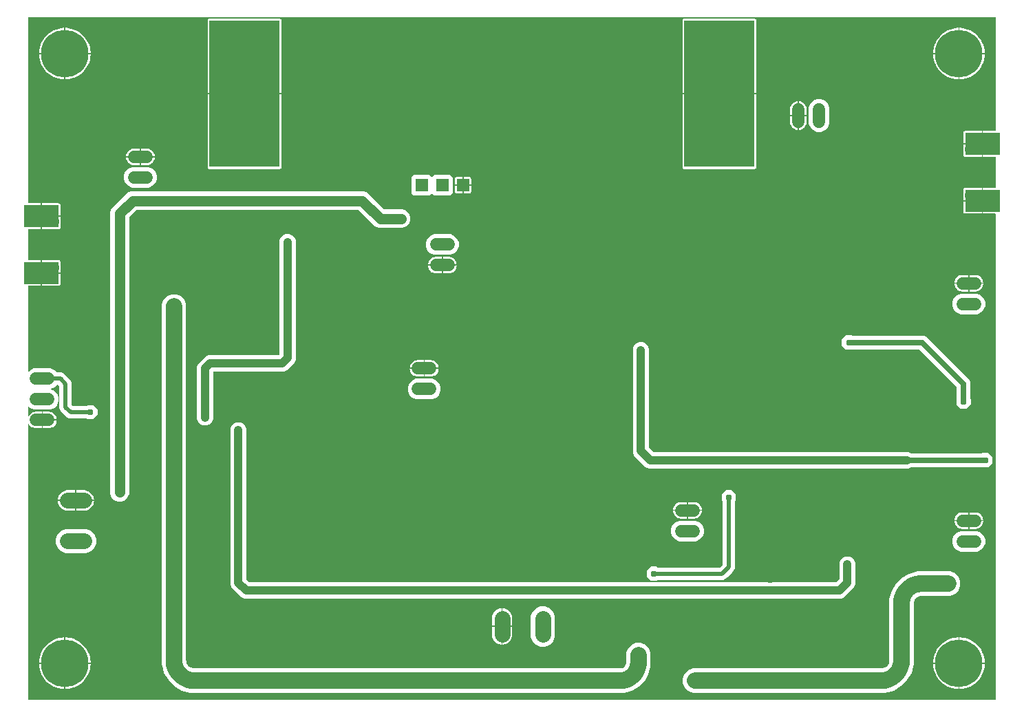
<source format=gbr>
G04 EAGLE Gerber RS-274X export*
G75*
%MOMM*%
%FSLAX34Y34*%
%LPD*%
%INBottom Copper*%
%IPPOS*%
%AMOC8*
5,1,8,0,0,1.08239X$1,22.5*%
G01*
%ADD10C,5.842000*%
%ADD11C,1.524000*%
%ADD12R,8.600000X18.000000*%
%ADD13R,1.524000X1.524000*%
%ADD14R,4.191000X2.667000*%
%ADD15C,1.981200*%
%ADD16P,0.818720X8X22.500000*%
%ADD17C,1.000000*%
%ADD18C,0.700000*%
%ADD19C,2.000000*%
%ADD20C,0.500000*%
%ADD21C,1.300000*%

G36*
X1194669Y5012D02*
X1194669Y5012D01*
X1194720Y5014D01*
X1194752Y5032D01*
X1194788Y5040D01*
X1194827Y5073D01*
X1194872Y5097D01*
X1194893Y5127D01*
X1194921Y5150D01*
X1194942Y5197D01*
X1194972Y5239D01*
X1194980Y5281D01*
X1194992Y5309D01*
X1194991Y5339D01*
X1194999Y5381D01*
X1194999Y602848D01*
X1194988Y602898D01*
X1194986Y602949D01*
X1194968Y602981D01*
X1194960Y603017D01*
X1194927Y603056D01*
X1194903Y603101D01*
X1194873Y603122D01*
X1194850Y603150D01*
X1194803Y603171D01*
X1194761Y603201D01*
X1194719Y603209D01*
X1194691Y603221D01*
X1194661Y603220D01*
X1194619Y603228D01*
X1179607Y603228D01*
X1179607Y618723D01*
X1179596Y618773D01*
X1179594Y618824D01*
X1179576Y618856D01*
X1179568Y618892D01*
X1179535Y618931D01*
X1179511Y618976D01*
X1179481Y618997D01*
X1179457Y619025D01*
X1179411Y619046D01*
X1179369Y619076D01*
X1179327Y619084D01*
X1179299Y619096D01*
X1179269Y619095D01*
X1179227Y619103D01*
X1178845Y619103D01*
X1178845Y619105D01*
X1179227Y619105D01*
X1179277Y619116D01*
X1179328Y619118D01*
X1179360Y619136D01*
X1179396Y619144D01*
X1179435Y619177D01*
X1179480Y619201D01*
X1179501Y619231D01*
X1179529Y619255D01*
X1179550Y619301D01*
X1179580Y619343D01*
X1179588Y619385D01*
X1179600Y619413D01*
X1179599Y619443D01*
X1179607Y619485D01*
X1179607Y634980D01*
X1194619Y634980D01*
X1194669Y634991D01*
X1194720Y634993D01*
X1194752Y635011D01*
X1194788Y635019D01*
X1194827Y635052D01*
X1194872Y635076D01*
X1194893Y635106D01*
X1194921Y635129D01*
X1194942Y635176D01*
X1194972Y635218D01*
X1194980Y635260D01*
X1194992Y635288D01*
X1194991Y635318D01*
X1194999Y635360D01*
X1194999Y672740D01*
X1194988Y672790D01*
X1194986Y672841D01*
X1194968Y672873D01*
X1194960Y672909D01*
X1194927Y672948D01*
X1194903Y672993D01*
X1194873Y673014D01*
X1194850Y673042D01*
X1194803Y673063D01*
X1194761Y673093D01*
X1194719Y673101D01*
X1194691Y673113D01*
X1194661Y673112D01*
X1194619Y673120D01*
X1179607Y673120D01*
X1179607Y688615D01*
X1179596Y688665D01*
X1179594Y688716D01*
X1179576Y688748D01*
X1179568Y688784D01*
X1179535Y688823D01*
X1179511Y688868D01*
X1179481Y688889D01*
X1179457Y688917D01*
X1179411Y688938D01*
X1179369Y688968D01*
X1179327Y688976D01*
X1179299Y688988D01*
X1179269Y688987D01*
X1179227Y688995D01*
X1178845Y688995D01*
X1178845Y688997D01*
X1179227Y688997D01*
X1179277Y689008D01*
X1179328Y689010D01*
X1179360Y689028D01*
X1179396Y689036D01*
X1179435Y689069D01*
X1179480Y689093D01*
X1179501Y689123D01*
X1179529Y689147D01*
X1179550Y689193D01*
X1179580Y689235D01*
X1179588Y689277D01*
X1179600Y689305D01*
X1179599Y689335D01*
X1179607Y689377D01*
X1179607Y704872D01*
X1194619Y704872D01*
X1194669Y704883D01*
X1194720Y704885D01*
X1194752Y704903D01*
X1194788Y704911D01*
X1194827Y704944D01*
X1194872Y704968D01*
X1194893Y704998D01*
X1194921Y705021D01*
X1194942Y705068D01*
X1194972Y705110D01*
X1194980Y705152D01*
X1194992Y705180D01*
X1194991Y705210D01*
X1194999Y705252D01*
X1194999Y844619D01*
X1194988Y844669D01*
X1194986Y844720D01*
X1194968Y844752D01*
X1194960Y844788D01*
X1194927Y844827D01*
X1194903Y844872D01*
X1194873Y844893D01*
X1194850Y844921D01*
X1194803Y844942D01*
X1194761Y844972D01*
X1194719Y844980D01*
X1194691Y844992D01*
X1194661Y844991D01*
X1194619Y844999D01*
X5381Y844999D01*
X5331Y844988D01*
X5280Y844986D01*
X5248Y844968D01*
X5212Y844960D01*
X5173Y844927D01*
X5128Y844903D01*
X5107Y844873D01*
X5079Y844850D01*
X5058Y844803D01*
X5028Y844761D01*
X5020Y844719D01*
X5008Y844691D01*
X5009Y844667D01*
X5008Y844665D01*
X5008Y844657D01*
X5001Y844619D01*
X5001Y616352D01*
X5012Y616302D01*
X5014Y616251D01*
X5032Y616219D01*
X5040Y616183D01*
X5073Y616144D01*
X5097Y616099D01*
X5127Y616078D01*
X5150Y616050D01*
X5197Y616029D01*
X5239Y615999D01*
X5281Y615991D01*
X5309Y615979D01*
X5339Y615980D01*
X5381Y615972D01*
X20393Y615972D01*
X20393Y600477D01*
X20404Y600427D01*
X20406Y600376D01*
X20424Y600344D01*
X20432Y600308D01*
X20465Y600269D01*
X20489Y600224D01*
X20519Y600203D01*
X20542Y600175D01*
X20589Y600154D01*
X20631Y600124D01*
X20673Y600116D01*
X20701Y600104D01*
X20731Y600105D01*
X20773Y600097D01*
X21155Y600097D01*
X21155Y600095D01*
X20773Y600095D01*
X20723Y600084D01*
X20672Y600082D01*
X20640Y600064D01*
X20604Y600056D01*
X20565Y600023D01*
X20520Y599999D01*
X20499Y599969D01*
X20471Y599945D01*
X20450Y599899D01*
X20420Y599857D01*
X20412Y599815D01*
X20400Y599787D01*
X20400Y599784D01*
X20401Y599756D01*
X20393Y599715D01*
X20393Y584220D01*
X5381Y584220D01*
X5331Y584209D01*
X5280Y584207D01*
X5248Y584189D01*
X5212Y584181D01*
X5173Y584148D01*
X5128Y584124D01*
X5107Y584094D01*
X5079Y584071D01*
X5058Y584024D01*
X5028Y583982D01*
X5020Y583940D01*
X5008Y583912D01*
X5009Y583882D01*
X5001Y583840D01*
X5001Y546460D01*
X5012Y546410D01*
X5014Y546359D01*
X5032Y546327D01*
X5040Y546291D01*
X5073Y546252D01*
X5097Y546207D01*
X5127Y546186D01*
X5150Y546158D01*
X5197Y546137D01*
X5239Y546107D01*
X5281Y546099D01*
X5309Y546087D01*
X5339Y546088D01*
X5381Y546080D01*
X20393Y546080D01*
X20393Y530585D01*
X20404Y530535D01*
X20406Y530484D01*
X20424Y530452D01*
X20432Y530416D01*
X20465Y530377D01*
X20489Y530332D01*
X20519Y530311D01*
X20542Y530283D01*
X20589Y530262D01*
X20631Y530232D01*
X20673Y530224D01*
X20701Y530212D01*
X20731Y530213D01*
X20773Y530205D01*
X21155Y530205D01*
X21155Y530203D01*
X20773Y530203D01*
X20723Y530192D01*
X20672Y530190D01*
X20640Y530172D01*
X20604Y530164D01*
X20565Y530131D01*
X20520Y530107D01*
X20499Y530077D01*
X20471Y530053D01*
X20450Y530007D01*
X20420Y529965D01*
X20412Y529923D01*
X20400Y529895D01*
X20401Y529865D01*
X20393Y529823D01*
X20393Y514328D01*
X5381Y514328D01*
X5331Y514317D01*
X5280Y514315D01*
X5248Y514297D01*
X5212Y514289D01*
X5173Y514256D01*
X5128Y514232D01*
X5107Y514202D01*
X5079Y514179D01*
X5058Y514132D01*
X5028Y514090D01*
X5020Y514048D01*
X5008Y514020D01*
X5009Y513990D01*
X5001Y513948D01*
X5001Y409212D01*
X5007Y409187D01*
X5004Y409161D01*
X5026Y409104D01*
X5040Y409043D01*
X5057Y409024D01*
X5066Y408999D01*
X5111Y408957D01*
X5150Y408910D01*
X5174Y408899D01*
X5193Y408882D01*
X5252Y408864D01*
X5309Y408839D01*
X5334Y408840D01*
X5359Y408833D01*
X5420Y408843D01*
X5482Y408845D01*
X5504Y408858D01*
X5530Y408862D01*
X5601Y408910D01*
X5634Y408928D01*
X5640Y408936D01*
X5650Y408943D01*
X7456Y410749D01*
X12095Y412671D01*
X32355Y412671D01*
X36994Y410749D01*
X40081Y407662D01*
X40146Y407622D01*
X40208Y407578D01*
X40220Y407576D01*
X40228Y407571D01*
X40266Y407567D01*
X40350Y407551D01*
X45942Y407551D01*
X48699Y406409D01*
X57159Y397949D01*
X58301Y395192D01*
X58301Y368389D01*
X58318Y368315D01*
X58331Y368241D01*
X58338Y368230D01*
X58340Y368221D01*
X58364Y368192D01*
X58412Y368121D01*
X60146Y366387D01*
X60210Y366347D01*
X60272Y366303D01*
X60284Y366301D01*
X60293Y366296D01*
X60330Y366292D01*
X60414Y366276D01*
X76203Y366276D01*
X76277Y366293D01*
X76351Y366306D01*
X76362Y366313D01*
X76371Y366315D01*
X76400Y366339D01*
X76471Y366387D01*
X77642Y367558D01*
X84918Y367558D01*
X90063Y362413D01*
X90063Y355137D01*
X84918Y349992D01*
X77642Y349992D01*
X76471Y351163D01*
X76407Y351203D01*
X76345Y351247D01*
X76333Y351249D01*
X76324Y351254D01*
X76287Y351258D01*
X76203Y351274D01*
X55658Y351274D01*
X52901Y352416D01*
X44441Y360876D01*
X43299Y363633D01*
X43299Y390436D01*
X43282Y390510D01*
X43269Y390584D01*
X43262Y390595D01*
X43260Y390604D01*
X43236Y390633D01*
X43188Y390704D01*
X41454Y392438D01*
X41390Y392478D01*
X41328Y392522D01*
X41316Y392524D01*
X41307Y392529D01*
X41270Y392533D01*
X41186Y392549D01*
X40350Y392549D01*
X40276Y392532D01*
X40201Y392519D01*
X40191Y392512D01*
X40181Y392510D01*
X40153Y392486D01*
X40081Y392438D01*
X36994Y389351D01*
X33012Y387701D01*
X32991Y387686D01*
X32967Y387679D01*
X32922Y387636D01*
X32871Y387600D01*
X32859Y387578D01*
X32841Y387560D01*
X32819Y387502D01*
X32790Y387447D01*
X32789Y387421D01*
X32780Y387397D01*
X32787Y387336D01*
X32785Y387274D01*
X32796Y387251D01*
X32799Y387225D01*
X32832Y387173D01*
X32857Y387117D01*
X32878Y387100D01*
X32891Y387079D01*
X32963Y387031D01*
X32992Y387008D01*
X33002Y387006D01*
X33012Y386999D01*
X36994Y385349D01*
X40544Y381799D01*
X42466Y377160D01*
X42466Y372140D01*
X40544Y367501D01*
X36994Y363951D01*
X32355Y362029D01*
X12095Y362029D01*
X7456Y363951D01*
X5650Y365757D01*
X5628Y365770D01*
X5612Y365790D01*
X5555Y365816D01*
X5549Y365819D01*
X5533Y365830D01*
X5530Y365831D01*
X5503Y365848D01*
X5477Y365851D01*
X5453Y365861D01*
X5392Y365859D01*
X5330Y365865D01*
X5306Y365856D01*
X5280Y365855D01*
X5226Y365825D01*
X5168Y365803D01*
X5151Y365784D01*
X5128Y365772D01*
X5093Y365721D01*
X5087Y365715D01*
X5079Y365708D01*
X5077Y365704D01*
X5051Y365676D01*
X5043Y365651D01*
X5028Y365630D01*
X5017Y365570D01*
X5008Y365550D01*
X5008Y365533D01*
X5001Y365510D01*
X5003Y365500D01*
X5001Y365488D01*
X5001Y354365D01*
X5020Y354282D01*
X5038Y354200D01*
X5040Y354199D01*
X5040Y354197D01*
X5095Y354131D01*
X5147Y354066D01*
X5149Y354065D01*
X5150Y354063D01*
X5228Y354028D01*
X5304Y353993D01*
X5307Y353993D01*
X5309Y353992D01*
X5393Y353995D01*
X5477Y353997D01*
X5479Y353998D01*
X5482Y353999D01*
X5556Y354039D01*
X5631Y354078D01*
X5632Y354080D01*
X5634Y354081D01*
X5643Y354094D01*
X5720Y354193D01*
X5915Y354575D01*
X6855Y355869D01*
X7986Y357000D01*
X9280Y357940D01*
X10705Y358666D01*
X12226Y359161D01*
X13805Y359411D01*
X21464Y359411D01*
X21464Y349631D01*
X21475Y349581D01*
X21477Y349530D01*
X21495Y349498D01*
X21503Y349462D01*
X21536Y349423D01*
X21560Y349378D01*
X21590Y349357D01*
X21613Y349329D01*
X21660Y349308D01*
X21702Y349279D01*
X21744Y349270D01*
X21772Y349258D01*
X21802Y349259D01*
X21844Y349251D01*
X22226Y349251D01*
X22226Y349249D01*
X21844Y349249D01*
X21794Y349237D01*
X21743Y349236D01*
X21711Y349218D01*
X21675Y349210D01*
X21636Y349177D01*
X21591Y349153D01*
X21570Y349123D01*
X21542Y349099D01*
X21521Y349053D01*
X21491Y349011D01*
X21483Y348969D01*
X21471Y348941D01*
X21472Y348911D01*
X21464Y348869D01*
X21464Y339089D01*
X13805Y339089D01*
X12226Y339339D01*
X10705Y339834D01*
X9280Y340560D01*
X7986Y341500D01*
X6855Y342631D01*
X5915Y343925D01*
X5720Y344307D01*
X5666Y344371D01*
X5612Y344437D01*
X5609Y344438D01*
X5608Y344440D01*
X5531Y344473D01*
X5453Y344508D01*
X5451Y344508D01*
X5449Y344509D01*
X5365Y344505D01*
X5280Y344501D01*
X5278Y344500D01*
X5276Y344500D01*
X5202Y344459D01*
X5128Y344419D01*
X5127Y344417D01*
X5125Y344416D01*
X5076Y344345D01*
X5028Y344277D01*
X5028Y344275D01*
X5027Y344273D01*
X5024Y344256D01*
X5001Y344135D01*
X5001Y5381D01*
X5012Y5331D01*
X5014Y5280D01*
X5032Y5248D01*
X5040Y5212D01*
X5073Y5173D01*
X5097Y5128D01*
X5127Y5107D01*
X5150Y5079D01*
X5197Y5058D01*
X5239Y5028D01*
X5281Y5020D01*
X5309Y5008D01*
X5339Y5009D01*
X5381Y5001D01*
X1194619Y5001D01*
X1194669Y5012D01*
G37*
%LPC*%
G36*
X204231Y13574D02*
X204231Y13574D01*
X193956Y16327D01*
X184743Y21646D01*
X177221Y29168D01*
X171902Y38381D01*
X170631Y43126D01*
X169149Y48656D01*
X169149Y491934D01*
X171433Y497447D01*
X175653Y501667D01*
X181166Y503951D01*
X187134Y503951D01*
X192647Y501667D01*
X196867Y497447D01*
X199151Y491934D01*
X199151Y53975D01*
X199153Y53964D01*
X199152Y53950D01*
X199237Y52642D01*
X199246Y52613D01*
X199249Y52569D01*
X199286Y52431D01*
X199926Y50042D01*
X199944Y50009D01*
X199964Y49951D01*
X201272Y47686D01*
X201298Y47658D01*
X201333Y47607D01*
X203182Y45758D01*
X203214Y45738D01*
X203261Y45697D01*
X205526Y44389D01*
X205562Y44378D01*
X205617Y44351D01*
X208144Y43674D01*
X208175Y43673D01*
X208217Y43662D01*
X209525Y43577D01*
X209536Y43578D01*
X209550Y43576D01*
X733425Y43576D01*
X733436Y43578D01*
X733450Y43577D01*
X734343Y43635D01*
X734373Y43644D01*
X734417Y43647D01*
X736142Y44110D01*
X736176Y44128D01*
X736234Y44148D01*
X737781Y45041D01*
X737809Y45067D01*
X737860Y45101D01*
X739124Y46365D01*
X739144Y46397D01*
X739184Y46444D01*
X740077Y47991D01*
X740088Y48027D01*
X740115Y48083D01*
X740578Y49808D01*
X740579Y49839D01*
X740590Y49882D01*
X740648Y50775D01*
X740647Y50786D01*
X740649Y50800D01*
X740649Y63309D01*
X742933Y68822D01*
X747153Y73042D01*
X752666Y75326D01*
X758634Y75326D01*
X764147Y73042D01*
X768367Y68822D01*
X770651Y63309D01*
X770651Y45899D01*
X768114Y36431D01*
X763213Y27943D01*
X756282Y21012D01*
X747794Y16111D01*
X738326Y13574D01*
X204231Y13574D01*
G37*
%LPD*%
%LPC*%
G36*
X271061Y129699D02*
X271061Y129699D01*
X267385Y131222D01*
X255047Y143560D01*
X253524Y147236D01*
X253524Y338539D01*
X255047Y342215D01*
X257860Y345028D01*
X261536Y346551D01*
X265514Y346551D01*
X269190Y345028D01*
X272003Y342215D01*
X273526Y338539D01*
X273526Y153525D01*
X273543Y153451D01*
X273556Y153376D01*
X273563Y153366D01*
X273565Y153356D01*
X273589Y153327D01*
X273637Y153256D01*
X277081Y149812D01*
X277146Y149772D01*
X277208Y149728D01*
X277220Y149726D01*
X277228Y149721D01*
X277265Y149717D01*
X277350Y149701D01*
X999000Y149701D01*
X999074Y149718D01*
X999149Y149731D01*
X999159Y149738D01*
X999169Y149740D01*
X999198Y149764D01*
X999269Y149812D01*
X1002713Y153256D01*
X1002753Y153321D01*
X1002797Y153383D01*
X1002799Y153395D01*
X1002804Y153403D01*
X1002808Y153440D01*
X1002824Y153525D01*
X1002824Y173439D01*
X1004347Y177115D01*
X1007160Y179928D01*
X1010836Y181451D01*
X1014814Y181451D01*
X1018490Y179928D01*
X1021303Y177115D01*
X1022826Y173439D01*
X1022826Y147236D01*
X1021303Y143560D01*
X1008965Y131222D01*
X1005289Y129699D01*
X271061Y129699D01*
G37*
%LPD*%
%LPC*%
G36*
X115187Y248849D02*
X115187Y248849D01*
X110960Y250600D01*
X107725Y253835D01*
X105974Y258062D01*
X105974Y605538D01*
X107725Y609765D01*
X126835Y628875D01*
X131062Y630626D01*
X418213Y630626D01*
X422440Y628875D01*
X442802Y608512D01*
X442867Y608472D01*
X442929Y608428D01*
X442941Y608426D01*
X442950Y608421D01*
X442987Y608417D01*
X443071Y608401D01*
X465838Y608401D01*
X470065Y606650D01*
X473300Y603415D01*
X475051Y599188D01*
X475051Y594612D01*
X473300Y590385D01*
X470065Y587150D01*
X465838Y585399D01*
X435862Y585399D01*
X431635Y587150D01*
X411273Y607513D01*
X411208Y607553D01*
X411146Y607597D01*
X411134Y607599D01*
X411125Y607604D01*
X411088Y607608D01*
X411004Y607624D01*
X138271Y607624D01*
X138197Y607607D01*
X138123Y607594D01*
X138112Y607587D01*
X138103Y607585D01*
X138074Y607561D01*
X138002Y607513D01*
X129087Y598598D01*
X129047Y598533D01*
X129003Y598471D01*
X129001Y598459D01*
X128996Y598450D01*
X128992Y598413D01*
X128976Y598329D01*
X128976Y258062D01*
X127225Y253835D01*
X123990Y250600D01*
X119763Y248849D01*
X115187Y248849D01*
G37*
%LPD*%
%LPC*%
G36*
X227810Y658029D02*
X227810Y658029D01*
X227164Y658202D01*
X226585Y658537D01*
X226112Y659010D01*
X225777Y659589D01*
X225604Y660235D01*
X225604Y749809D01*
X240352Y749809D01*
X240389Y749818D01*
X240428Y749816D01*
X240472Y749837D01*
X240520Y749848D01*
X240550Y749873D01*
X240585Y749889D01*
X240616Y749927D01*
X240654Y749958D01*
X240670Y749994D01*
X240694Y750024D01*
X240705Y750072D01*
X240725Y750117D01*
X240723Y750155D01*
X240732Y750193D01*
X240720Y750252D01*
X240718Y750290D01*
X240708Y750308D01*
X240703Y750335D01*
X240387Y751096D01*
X240350Y751148D01*
X240320Y751204D01*
X240300Y751218D01*
X240286Y751237D01*
X240230Y751267D01*
X240178Y751304D01*
X240152Y751309D01*
X240133Y751319D01*
X240096Y751320D01*
X240036Y751331D01*
X225604Y751331D01*
X225604Y840905D01*
X225777Y841551D01*
X226112Y842130D01*
X226585Y842603D01*
X227164Y842938D01*
X227810Y843111D01*
X270384Y843111D01*
X270384Y785441D01*
X270398Y785379D01*
X270405Y785316D01*
X270418Y785296D01*
X270423Y785272D01*
X270464Y785223D01*
X270498Y785169D01*
X270520Y785155D01*
X270533Y785138D01*
X270568Y785123D01*
X270619Y785090D01*
X271380Y784774D01*
X271418Y784768D01*
X271453Y784752D01*
X271503Y784754D01*
X271551Y784746D01*
X271588Y784757D01*
X271627Y784759D01*
X271670Y784782D01*
X271717Y784797D01*
X271745Y784823D01*
X271779Y784841D01*
X271807Y784882D01*
X271843Y784915D01*
X271856Y784952D01*
X271879Y784983D01*
X271890Y785043D01*
X271903Y785078D01*
X271901Y785099D01*
X271906Y785125D01*
X271906Y843111D01*
X314480Y843111D01*
X315126Y842938D01*
X315705Y842603D01*
X316178Y842130D01*
X316513Y841551D01*
X316686Y840905D01*
X316686Y751331D01*
X286614Y751331D01*
X286552Y751317D01*
X286489Y751310D01*
X286469Y751297D01*
X286445Y751292D01*
X286396Y751251D01*
X286343Y751217D01*
X286328Y751195D01*
X286312Y751181D01*
X286296Y751147D01*
X286263Y751096D01*
X285947Y750335D01*
X285941Y750297D01*
X285925Y750262D01*
X285927Y750212D01*
X285919Y750164D01*
X285930Y750127D01*
X285932Y750088D01*
X285955Y750045D01*
X285970Y749998D01*
X285996Y749970D01*
X286014Y749936D01*
X286055Y749908D01*
X286089Y749872D01*
X286125Y749859D01*
X286156Y749836D01*
X286216Y749825D01*
X286251Y749812D01*
X286272Y749814D01*
X286298Y749809D01*
X316686Y749809D01*
X316686Y660235D01*
X316513Y659589D01*
X316178Y659010D01*
X315705Y658537D01*
X315126Y658202D01*
X314480Y658029D01*
X271906Y658029D01*
X271906Y736975D01*
X271897Y737012D01*
X271899Y737051D01*
X271878Y737095D01*
X271867Y737143D01*
X271842Y737173D01*
X271826Y737208D01*
X271788Y737239D01*
X271756Y737277D01*
X271721Y737293D01*
X271691Y737317D01*
X271643Y737328D01*
X271598Y737348D01*
X271560Y737347D01*
X271522Y737355D01*
X271463Y737343D01*
X271425Y737341D01*
X271407Y737331D01*
X271380Y737326D01*
X270619Y737010D01*
X270567Y736973D01*
X270511Y736943D01*
X270497Y736924D01*
X270478Y736909D01*
X270448Y736853D01*
X270411Y736801D01*
X270406Y736775D01*
X270396Y736756D01*
X270395Y736719D01*
X270384Y736659D01*
X270384Y658029D01*
X227810Y658029D01*
G37*
%LPD*%
%LPC*%
G36*
X812010Y658029D02*
X812010Y658029D01*
X811364Y658202D01*
X810785Y658537D01*
X810312Y659010D01*
X809977Y659589D01*
X809804Y660235D01*
X809804Y749809D01*
X840352Y749809D01*
X840389Y749818D01*
X840428Y749816D01*
X840472Y749837D01*
X840520Y749848D01*
X840550Y749873D01*
X840585Y749889D01*
X840616Y749927D01*
X840654Y749958D01*
X840670Y749994D01*
X840694Y750024D01*
X840705Y750072D01*
X840725Y750117D01*
X840723Y750155D01*
X840732Y750193D01*
X840720Y750252D01*
X840718Y750290D01*
X840708Y750308D01*
X840703Y750335D01*
X840387Y751096D01*
X840350Y751148D01*
X840320Y751204D01*
X840300Y751218D01*
X840286Y751237D01*
X840230Y751267D01*
X840178Y751304D01*
X840152Y751309D01*
X840133Y751319D01*
X840096Y751320D01*
X840036Y751331D01*
X809804Y751331D01*
X809804Y840905D01*
X809977Y841551D01*
X810312Y842130D01*
X810785Y842603D01*
X811364Y842938D01*
X812010Y843111D01*
X854584Y843111D01*
X854584Y785059D01*
X854593Y785021D01*
X854591Y784983D01*
X854612Y784938D01*
X854623Y784890D01*
X854648Y784861D01*
X854664Y784826D01*
X854702Y784795D01*
X854733Y784757D01*
X854769Y784741D01*
X854798Y784717D01*
X854847Y784706D01*
X854892Y784686D01*
X854930Y784687D01*
X854968Y784679D01*
X855027Y784691D01*
X855065Y784692D01*
X855083Y784702D01*
X855110Y784708D01*
X855871Y785023D01*
X855923Y785060D01*
X855979Y785091D01*
X855993Y785110D01*
X856012Y785124D01*
X856042Y785180D01*
X856079Y785232D01*
X856084Y785259D01*
X856094Y785277D01*
X856095Y785315D01*
X856106Y785375D01*
X856106Y843111D01*
X898680Y843111D01*
X899326Y842938D01*
X899905Y842603D01*
X900378Y842130D01*
X900713Y841551D01*
X900886Y840905D01*
X900886Y751331D01*
X886614Y751331D01*
X886552Y751317D01*
X886489Y751310D01*
X886469Y751297D01*
X886445Y751292D01*
X886396Y751251D01*
X886343Y751217D01*
X886328Y751195D01*
X886312Y751181D01*
X886296Y751147D01*
X886263Y751096D01*
X885947Y750335D01*
X885941Y750297D01*
X885925Y750262D01*
X885927Y750212D01*
X885919Y750164D01*
X885930Y750127D01*
X885932Y750088D01*
X885955Y750045D01*
X885970Y749998D01*
X885996Y749970D01*
X886014Y749936D01*
X886055Y749908D01*
X886089Y749872D01*
X886125Y749859D01*
X886156Y749836D01*
X886216Y749825D01*
X886251Y749812D01*
X886272Y749814D01*
X886298Y749809D01*
X900886Y749809D01*
X900886Y660235D01*
X900713Y659589D01*
X900378Y659010D01*
X899905Y658537D01*
X899326Y658202D01*
X898680Y658029D01*
X856106Y658029D01*
X856106Y736725D01*
X856092Y736787D01*
X856085Y736850D01*
X856072Y736871D01*
X856067Y736894D01*
X856026Y736943D01*
X855992Y736997D01*
X855970Y737012D01*
X855956Y737028D01*
X855922Y737043D01*
X855871Y737077D01*
X855110Y737392D01*
X855072Y737399D01*
X855037Y737414D01*
X854987Y737412D01*
X854939Y737420D01*
X854902Y737409D01*
X854863Y737408D01*
X854820Y737384D01*
X854773Y737370D01*
X854745Y737343D01*
X854711Y737325D01*
X854683Y737285D01*
X854647Y737251D01*
X854634Y737215D01*
X854611Y737183D01*
X854600Y737124D01*
X854587Y737088D01*
X854589Y737068D01*
X854584Y737041D01*
X854584Y658029D01*
X812010Y658029D01*
G37*
%LPD*%
%LPC*%
G36*
X822516Y13574D02*
X822516Y13574D01*
X817003Y15858D01*
X812783Y20078D01*
X810499Y25591D01*
X810499Y31559D01*
X812783Y37072D01*
X817003Y41292D01*
X822516Y43576D01*
X1054100Y43576D01*
X1054111Y43578D01*
X1054125Y43577D01*
X1055433Y43662D01*
X1055462Y43671D01*
X1055506Y43674D01*
X1058033Y44351D01*
X1058066Y44369D01*
X1058124Y44389D01*
X1060389Y45697D01*
X1060417Y45723D01*
X1060468Y45758D01*
X1062317Y47607D01*
X1062337Y47639D01*
X1062378Y47686D01*
X1063686Y49951D01*
X1063697Y49987D01*
X1063724Y50042D01*
X1064401Y52569D01*
X1064402Y52600D01*
X1064413Y52642D01*
X1064498Y53950D01*
X1064497Y53961D01*
X1064499Y53975D01*
X1064499Y128977D01*
X1067166Y138929D01*
X1072318Y147852D01*
X1079603Y155137D01*
X1088526Y160289D01*
X1098478Y162956D01*
X1139634Y162956D01*
X1145147Y160672D01*
X1149367Y156452D01*
X1151651Y150939D01*
X1151651Y144971D01*
X1149367Y139458D01*
X1145147Y135238D01*
X1139634Y132954D01*
X1103630Y132954D01*
X1103619Y132952D01*
X1103605Y132953D01*
X1102463Y132879D01*
X1102433Y132870D01*
X1102390Y132866D01*
X1100184Y132275D01*
X1100150Y132257D01*
X1100092Y132237D01*
X1098114Y131095D01*
X1098086Y131069D01*
X1098035Y131035D01*
X1096420Y129420D01*
X1096400Y129388D01*
X1096360Y129341D01*
X1095218Y127363D01*
X1095207Y127327D01*
X1095180Y127272D01*
X1094589Y125065D01*
X1094588Y125034D01*
X1094576Y124992D01*
X1094502Y123850D01*
X1094503Y123839D01*
X1094501Y123825D01*
X1094501Y48656D01*
X1091748Y38381D01*
X1086429Y29168D01*
X1078907Y21646D01*
X1069694Y16327D01*
X1059419Y13574D01*
X822516Y13574D01*
G37*
%LPD*%
%LPC*%
G36*
X768266Y289719D02*
X768266Y289719D01*
X764590Y291242D01*
X750347Y305485D01*
X748824Y309161D01*
X748824Y436964D01*
X750347Y440640D01*
X753160Y443453D01*
X756836Y444976D01*
X760814Y444976D01*
X764490Y443453D01*
X767303Y440640D01*
X768826Y436964D01*
X768826Y315450D01*
X768843Y315376D01*
X768856Y315301D01*
X768863Y315291D01*
X768865Y315281D01*
X768889Y315252D01*
X768937Y315181D01*
X774286Y309832D01*
X774351Y309792D01*
X774413Y309748D01*
X774425Y309746D01*
X774433Y309741D01*
X774470Y309737D01*
X774555Y309721D01*
X1087839Y309721D01*
X1091391Y308250D01*
X1091393Y308249D01*
X1091394Y308248D01*
X1091536Y308221D01*
X1178293Y308221D01*
X1178367Y308238D01*
X1178441Y308251D01*
X1178452Y308258D01*
X1178461Y308260D01*
X1178490Y308284D01*
X1178561Y308332D01*
X1178732Y308503D01*
X1186008Y308503D01*
X1191153Y303358D01*
X1191153Y296082D01*
X1186008Y290937D01*
X1178732Y290937D01*
X1178561Y291108D01*
X1178497Y291148D01*
X1178435Y291192D01*
X1178423Y291194D01*
X1178414Y291199D01*
X1178377Y291203D01*
X1178293Y291219D01*
X1091536Y291219D01*
X1091534Y291219D01*
X1091533Y291219D01*
X1091391Y291190D01*
X1087839Y289719D01*
X768266Y289719D01*
G37*
%LPD*%
%LPC*%
G36*
X220261Y342424D02*
X220261Y342424D01*
X216585Y343947D01*
X213772Y346760D01*
X212249Y350436D01*
X212249Y414739D01*
X213772Y418415D01*
X222935Y427578D01*
X226611Y429101D01*
X313200Y429101D01*
X313274Y429118D01*
X313349Y429131D01*
X313359Y429138D01*
X313369Y429140D01*
X313398Y429164D01*
X313469Y429212D01*
X313738Y429481D01*
X313749Y429499D01*
X313761Y429509D01*
X313777Y429544D01*
X313778Y429546D01*
X313822Y429608D01*
X313824Y429620D01*
X313829Y429628D01*
X313833Y429665D01*
X313849Y429750D01*
X313849Y570314D01*
X315372Y573990D01*
X318185Y576803D01*
X321861Y578326D01*
X325839Y578326D01*
X329515Y576803D01*
X332328Y573990D01*
X333851Y570314D01*
X333851Y423461D01*
X332328Y419785D01*
X323165Y410622D01*
X319489Y409099D01*
X232900Y409099D01*
X232826Y409082D01*
X232751Y409069D01*
X232741Y409062D01*
X232731Y409060D01*
X232702Y409036D01*
X232631Y408988D01*
X232362Y408719D01*
X232343Y408689D01*
X232329Y408677D01*
X232313Y408641D01*
X232278Y408592D01*
X232276Y408580D01*
X232271Y408572D01*
X232268Y408541D01*
X232258Y408518D01*
X232259Y408491D01*
X232251Y408450D01*
X232251Y350436D01*
X230728Y346760D01*
X227915Y343947D01*
X224239Y342424D01*
X220261Y342424D01*
G37*
%LPD*%
%LPC*%
G36*
X1152062Y362692D02*
X1152062Y362692D01*
X1146917Y367837D01*
X1146917Y375113D01*
X1147088Y375284D01*
X1147128Y375348D01*
X1147172Y375410D01*
X1147174Y375422D01*
X1147179Y375431D01*
X1147183Y375468D01*
X1147199Y375552D01*
X1147199Y390021D01*
X1147182Y390095D01*
X1147169Y390170D01*
X1147162Y390180D01*
X1147160Y390190D01*
X1147136Y390219D01*
X1147088Y390290D01*
X1101490Y435888D01*
X1101426Y435928D01*
X1101364Y435972D01*
X1101352Y435974D01*
X1101343Y435979D01*
X1101306Y435983D01*
X1101221Y435999D01*
X1018807Y435999D01*
X1018733Y435982D01*
X1018659Y435969D01*
X1018648Y435962D01*
X1018639Y435960D01*
X1018610Y435936D01*
X1018538Y435888D01*
X1018368Y435717D01*
X1011092Y435717D01*
X1005947Y440862D01*
X1005947Y448138D01*
X1011092Y453283D01*
X1018368Y453283D01*
X1018538Y453112D01*
X1018603Y453072D01*
X1018665Y453028D01*
X1018677Y453026D01*
X1018686Y453021D01*
X1018723Y453017D01*
X1018807Y453001D01*
X1106591Y453001D01*
X1109715Y451707D01*
X1162907Y398515D01*
X1164201Y395391D01*
X1164201Y375552D01*
X1164218Y375478D01*
X1164231Y375404D01*
X1164238Y375393D01*
X1164240Y375384D01*
X1164264Y375355D01*
X1164312Y375284D01*
X1164483Y375113D01*
X1164483Y367837D01*
X1159338Y362692D01*
X1152062Y362692D01*
G37*
%LPD*%
%LPC*%
G36*
X771062Y151237D02*
X771062Y151237D01*
X765917Y156382D01*
X765917Y163658D01*
X771062Y168803D01*
X778338Y168803D01*
X779509Y167632D01*
X779573Y167592D01*
X779635Y167548D01*
X779647Y167546D01*
X779656Y167541D01*
X779693Y167537D01*
X779777Y167521D01*
X855256Y167521D01*
X855330Y167538D01*
X855404Y167551D01*
X855415Y167558D01*
X855424Y167560D01*
X855453Y167584D01*
X855524Y167632D01*
X859163Y171271D01*
X859190Y171315D01*
X859196Y171320D01*
X859204Y171336D01*
X859247Y171397D01*
X859249Y171409D01*
X859254Y171418D01*
X859258Y171455D01*
X859258Y171458D01*
X859267Y171478D01*
X859266Y171499D01*
X859274Y171539D01*
X859274Y248923D01*
X859257Y248997D01*
X859244Y249071D01*
X859237Y249082D01*
X859235Y249091D01*
X859211Y249120D01*
X859163Y249191D01*
X857992Y250362D01*
X857992Y257638D01*
X863137Y262783D01*
X870413Y262783D01*
X875558Y257638D01*
X875558Y250362D01*
X874387Y249191D01*
X874347Y249127D01*
X874303Y249065D01*
X874301Y249053D01*
X874296Y249044D01*
X874292Y249007D01*
X874276Y248923D01*
X874276Y166783D01*
X873134Y164026D01*
X870970Y161863D01*
X864932Y155825D01*
X862769Y153661D01*
X860012Y152519D01*
X779777Y152519D01*
X779703Y152502D01*
X779629Y152489D01*
X779618Y152482D01*
X779609Y152480D01*
X779580Y152456D01*
X779509Y152408D01*
X778338Y151237D01*
X771062Y151237D01*
G37*
%LPD*%
%LPC*%
G36*
X50629Y185372D02*
X50629Y185372D01*
X45150Y187642D01*
X40957Y191835D01*
X38687Y197314D01*
X38687Y203244D01*
X40957Y208723D01*
X45150Y212916D01*
X50629Y215186D01*
X76371Y215186D01*
X81850Y212916D01*
X86043Y208723D01*
X88313Y203244D01*
X88313Y197314D01*
X86043Y191835D01*
X81850Y187642D01*
X76371Y185372D01*
X50629Y185372D01*
G37*
%LPD*%
%LPC*%
G36*
X634956Y70437D02*
X634956Y70437D01*
X629477Y72707D01*
X625284Y76900D01*
X623014Y82379D01*
X623014Y108121D01*
X625284Y113600D01*
X629477Y117793D01*
X634956Y120063D01*
X640886Y120063D01*
X646365Y117793D01*
X650558Y113600D01*
X652828Y108121D01*
X652828Y82379D01*
X650558Y76900D01*
X646365Y72707D01*
X640886Y70437D01*
X634956Y70437D01*
G37*
%LPD*%
%LPC*%
G36*
X479259Y625554D02*
X479259Y625554D01*
X476329Y628484D01*
X476329Y647866D01*
X479259Y650796D01*
X498641Y650796D01*
X501381Y648056D01*
X501424Y648029D01*
X501462Y647994D01*
X501497Y647984D01*
X501528Y647965D01*
X501579Y647960D01*
X501628Y647945D01*
X501664Y647952D01*
X501701Y647948D01*
X501749Y647966D01*
X501799Y647975D01*
X501834Y647999D01*
X501863Y648010D01*
X501884Y648032D01*
X501919Y648056D01*
X504659Y650796D01*
X524041Y650796D01*
X526971Y647866D01*
X526971Y628484D01*
X524041Y625554D01*
X504659Y625554D01*
X501919Y628294D01*
X501876Y628321D01*
X501838Y628356D01*
X501803Y628366D01*
X501772Y628385D01*
X501721Y628390D01*
X501672Y628405D01*
X501636Y628398D01*
X501599Y628402D01*
X501552Y628384D01*
X501501Y628375D01*
X501466Y628351D01*
X501437Y628340D01*
X501416Y628318D01*
X501381Y628294D01*
X498641Y625554D01*
X479259Y625554D01*
G37*
%LPD*%
%LPC*%
G36*
X1151920Y479504D02*
X1151920Y479504D01*
X1147281Y481426D01*
X1143731Y484976D01*
X1141809Y489615D01*
X1141809Y494635D01*
X1143731Y499274D01*
X1147281Y502824D01*
X1151920Y504746D01*
X1172180Y504746D01*
X1176819Y502824D01*
X1180369Y499274D01*
X1182291Y494635D01*
X1182291Y489615D01*
X1180369Y484976D01*
X1176819Y481426D01*
X1172180Y479504D01*
X1151920Y479504D01*
G37*
%LPD*%
%LPC*%
G36*
X1151920Y187404D02*
X1151920Y187404D01*
X1147281Y189326D01*
X1143731Y192876D01*
X1141809Y197515D01*
X1141809Y202535D01*
X1143731Y207174D01*
X1147281Y210724D01*
X1151920Y212646D01*
X1172180Y212646D01*
X1176819Y210724D01*
X1180369Y207174D01*
X1182291Y202535D01*
X1182291Y197515D01*
X1180369Y192876D01*
X1176819Y189326D01*
X1172180Y187404D01*
X1151920Y187404D01*
G37*
%LPD*%
%LPC*%
G36*
X132745Y635079D02*
X132745Y635079D01*
X128106Y637001D01*
X124556Y640551D01*
X122634Y645190D01*
X122634Y650210D01*
X124556Y654849D01*
X128106Y658399D01*
X132745Y660321D01*
X153005Y660321D01*
X157644Y658399D01*
X161194Y654849D01*
X163116Y650210D01*
X163116Y645190D01*
X161194Y640551D01*
X157644Y637001D01*
X153005Y635079D01*
X132745Y635079D01*
G37*
%LPD*%
%LPC*%
G36*
X805845Y200104D02*
X805845Y200104D01*
X801206Y202026D01*
X797656Y205576D01*
X795734Y210215D01*
X795734Y215235D01*
X797656Y219874D01*
X801206Y223424D01*
X805845Y225346D01*
X826105Y225346D01*
X830744Y223424D01*
X834294Y219874D01*
X836216Y215235D01*
X836216Y210215D01*
X834294Y205576D01*
X830744Y202026D01*
X826105Y200104D01*
X805845Y200104D01*
G37*
%LPD*%
%LPC*%
G36*
X481995Y374729D02*
X481995Y374729D01*
X477356Y376651D01*
X473806Y380201D01*
X471884Y384840D01*
X471884Y389860D01*
X473806Y394499D01*
X477356Y398049D01*
X481995Y399971D01*
X502255Y399971D01*
X506894Y398049D01*
X510444Y394499D01*
X512366Y389860D01*
X512366Y384840D01*
X510444Y380201D01*
X506894Y376651D01*
X502255Y374729D01*
X481995Y374729D01*
G37*
%LPD*%
%LPC*%
G36*
X975390Y703659D02*
X975390Y703659D01*
X970751Y705581D01*
X967201Y709131D01*
X965279Y713770D01*
X965279Y734030D01*
X967201Y738669D01*
X970751Y742219D01*
X975390Y744141D01*
X980410Y744141D01*
X985049Y742219D01*
X988599Y738669D01*
X990521Y734030D01*
X990521Y713770D01*
X988599Y709131D01*
X985049Y705581D01*
X980410Y703659D01*
X975390Y703659D01*
G37*
%LPD*%
%LPC*%
G36*
X504220Y552529D02*
X504220Y552529D01*
X499581Y554451D01*
X496031Y558001D01*
X494109Y562640D01*
X494109Y567660D01*
X496031Y572299D01*
X499581Y575849D01*
X504220Y577771D01*
X524480Y577771D01*
X529119Y575849D01*
X532669Y572299D01*
X534591Y567660D01*
X534591Y562640D01*
X532669Y558001D01*
X529119Y554451D01*
X524480Y552529D01*
X504220Y552529D01*
G37*
%LPD*%
%LPC*%
G36*
X1150761Y800761D02*
X1150761Y800761D01*
X1150761Y831751D01*
X1151560Y831751D01*
X1154664Y831445D01*
X1157724Y830836D01*
X1160709Y829931D01*
X1163592Y828737D01*
X1166343Y827266D01*
X1168937Y825533D01*
X1171348Y823554D01*
X1173554Y821348D01*
X1175533Y818937D01*
X1177266Y816343D01*
X1178737Y813592D01*
X1179931Y810709D01*
X1180836Y807724D01*
X1181445Y804664D01*
X1181751Y801560D01*
X1181751Y800761D01*
X1150761Y800761D01*
G37*
%LPD*%
%LPC*%
G36*
X50761Y800761D02*
X50761Y800761D01*
X50761Y831751D01*
X51560Y831751D01*
X54664Y831445D01*
X57724Y830836D01*
X60709Y829931D01*
X63592Y828737D01*
X66343Y827266D01*
X68937Y825533D01*
X71348Y823554D01*
X73554Y821348D01*
X75533Y818937D01*
X77266Y816343D01*
X78737Y813592D01*
X79931Y810709D01*
X80836Y807724D01*
X81445Y804664D01*
X81751Y801560D01*
X81751Y800761D01*
X50761Y800761D01*
G37*
%LPD*%
%LPC*%
G36*
X50761Y50761D02*
X50761Y50761D01*
X50761Y81751D01*
X51560Y81751D01*
X54664Y81445D01*
X57724Y80836D01*
X60709Y79931D01*
X63592Y78737D01*
X66343Y77266D01*
X68937Y75533D01*
X71348Y73554D01*
X73554Y71348D01*
X75533Y68937D01*
X77266Y66343D01*
X78737Y63592D01*
X79931Y60709D01*
X80836Y57724D01*
X81445Y54664D01*
X81751Y51560D01*
X81751Y50761D01*
X50761Y50761D01*
G37*
%LPD*%
%LPC*%
G36*
X1150761Y50761D02*
X1150761Y50761D01*
X1150761Y81751D01*
X1151560Y81751D01*
X1154664Y81445D01*
X1157724Y80836D01*
X1160709Y79931D01*
X1163592Y78737D01*
X1166343Y77266D01*
X1168937Y75533D01*
X1171348Y73554D01*
X1173554Y71348D01*
X1175533Y68937D01*
X1177266Y66343D01*
X1178737Y63592D01*
X1179931Y60709D01*
X1180836Y57724D01*
X1181445Y54664D01*
X1181751Y51560D01*
X1181751Y50761D01*
X1150761Y50761D01*
G37*
%LPD*%
%LPC*%
G36*
X50761Y18249D02*
X50761Y18249D01*
X50761Y49239D01*
X81751Y49239D01*
X81751Y48440D01*
X81445Y45336D01*
X81378Y45000D01*
X81378Y44999D01*
X81151Y43859D01*
X81000Y43098D01*
X80849Y42338D01*
X80836Y42276D01*
X79931Y39291D01*
X78737Y36408D01*
X77266Y33657D01*
X75533Y31063D01*
X73554Y28652D01*
X71348Y26446D01*
X68937Y24467D01*
X66343Y22734D01*
X63592Y21263D01*
X60709Y20069D01*
X57724Y19164D01*
X54664Y18555D01*
X51560Y18249D01*
X50761Y18249D01*
G37*
%LPD*%
%LPC*%
G36*
X1150761Y18249D02*
X1150761Y18249D01*
X1150761Y49239D01*
X1181751Y49239D01*
X1181751Y48440D01*
X1181445Y45336D01*
X1181378Y45000D01*
X1181378Y44999D01*
X1181151Y43859D01*
X1181000Y43098D01*
X1180849Y42338D01*
X1180836Y42276D01*
X1179931Y39291D01*
X1178737Y36408D01*
X1177266Y33657D01*
X1175533Y31063D01*
X1173554Y28652D01*
X1171348Y26446D01*
X1168937Y24467D01*
X1166343Y22734D01*
X1163592Y21263D01*
X1160709Y20069D01*
X1157724Y19164D01*
X1154664Y18555D01*
X1151560Y18249D01*
X1150761Y18249D01*
G37*
%LPD*%
%LPC*%
G36*
X1118249Y50761D02*
X1118249Y50761D01*
X1118249Y51560D01*
X1118555Y54664D01*
X1118570Y54741D01*
X1118797Y55882D01*
X1118948Y56642D01*
X1119100Y57403D01*
X1119164Y57724D01*
X1120069Y60709D01*
X1121263Y63592D01*
X1122734Y66343D01*
X1124467Y68937D01*
X1126446Y71348D01*
X1128652Y73554D01*
X1131063Y75533D01*
X1133657Y77266D01*
X1136408Y78737D01*
X1139291Y79931D01*
X1142276Y80836D01*
X1145336Y81445D01*
X1148440Y81751D01*
X1149239Y81751D01*
X1149239Y50761D01*
X1118249Y50761D01*
G37*
%LPD*%
%LPC*%
G36*
X18249Y50761D02*
X18249Y50761D01*
X18249Y51560D01*
X18555Y54664D01*
X18570Y54741D01*
X18797Y55882D01*
X18948Y56642D01*
X19100Y57403D01*
X19164Y57724D01*
X20069Y60709D01*
X21263Y63592D01*
X22734Y66343D01*
X24467Y68937D01*
X26446Y71348D01*
X28652Y73554D01*
X31063Y75533D01*
X33657Y77266D01*
X36408Y78737D01*
X39291Y79931D01*
X42276Y80836D01*
X45336Y81445D01*
X48440Y81751D01*
X49239Y81751D01*
X49239Y50761D01*
X18249Y50761D01*
G37*
%LPD*%
%LPC*%
G36*
X18249Y800761D02*
X18249Y800761D01*
X18249Y801560D01*
X18555Y804664D01*
X18692Y805354D01*
X18692Y805355D01*
X18844Y806115D01*
X18919Y806495D01*
X19070Y807256D01*
X19071Y807256D01*
X19164Y807724D01*
X20069Y810709D01*
X21263Y813592D01*
X22734Y816343D01*
X24467Y818937D01*
X26446Y821348D01*
X28652Y823554D01*
X31063Y825533D01*
X33657Y827266D01*
X36408Y828737D01*
X39291Y829931D01*
X42276Y830836D01*
X45336Y831445D01*
X48440Y831751D01*
X49239Y831751D01*
X49239Y800761D01*
X18249Y800761D01*
G37*
%LPD*%
%LPC*%
G36*
X1118249Y800761D02*
X1118249Y800761D01*
X1118249Y801560D01*
X1118555Y804664D01*
X1118692Y805354D01*
X1118692Y805355D01*
X1118844Y806115D01*
X1118919Y806495D01*
X1119070Y807256D01*
X1119071Y807256D01*
X1119164Y807724D01*
X1120069Y810709D01*
X1121263Y813592D01*
X1122734Y816343D01*
X1124467Y818937D01*
X1126446Y821348D01*
X1128652Y823554D01*
X1131063Y825533D01*
X1133657Y827266D01*
X1136408Y828737D01*
X1139291Y829931D01*
X1142276Y830836D01*
X1145336Y831445D01*
X1148440Y831751D01*
X1149239Y831751D01*
X1149239Y800761D01*
X1118249Y800761D01*
G37*
%LPD*%
%LPC*%
G36*
X50761Y768249D02*
X50761Y768249D01*
X50761Y799239D01*
X81751Y799239D01*
X81751Y798440D01*
X81445Y795336D01*
X81425Y795233D01*
X81424Y795233D01*
X81273Y794472D01*
X81122Y793712D01*
X81046Y793332D01*
X81046Y793331D01*
X80895Y792571D01*
X80836Y792276D01*
X79931Y789291D01*
X78737Y786408D01*
X77266Y783657D01*
X75533Y781063D01*
X73554Y778652D01*
X71348Y776446D01*
X68937Y774467D01*
X66343Y772734D01*
X63592Y771263D01*
X60709Y770069D01*
X57724Y769164D01*
X54664Y768555D01*
X51560Y768249D01*
X50761Y768249D01*
G37*
%LPD*%
%LPC*%
G36*
X1150761Y768249D02*
X1150761Y768249D01*
X1150761Y799239D01*
X1181751Y799239D01*
X1181751Y798440D01*
X1181445Y795336D01*
X1181425Y795233D01*
X1181424Y795233D01*
X1181273Y794472D01*
X1181122Y793712D01*
X1181046Y793332D01*
X1181046Y793331D01*
X1180895Y792571D01*
X1180836Y792276D01*
X1179931Y789291D01*
X1178737Y786408D01*
X1177266Y783657D01*
X1175533Y781063D01*
X1173554Y778652D01*
X1171348Y776446D01*
X1168937Y774467D01*
X1166343Y772734D01*
X1163592Y771263D01*
X1160709Y770069D01*
X1157724Y769164D01*
X1154664Y768555D01*
X1151560Y768249D01*
X1150761Y768249D01*
G37*
%LPD*%
%LPC*%
G36*
X48440Y768249D02*
X48440Y768249D01*
X45336Y768555D01*
X42276Y769164D01*
X39291Y770069D01*
X36408Y771263D01*
X33657Y772734D01*
X31063Y774467D01*
X28652Y776446D01*
X26446Y778652D01*
X24467Y781063D01*
X22734Y783657D01*
X21263Y786408D01*
X20069Y789291D01*
X19164Y792276D01*
X18555Y795336D01*
X18249Y798440D01*
X18249Y799239D01*
X49239Y799239D01*
X49239Y768249D01*
X48440Y768249D01*
G37*
%LPD*%
%LPC*%
G36*
X1148440Y768249D02*
X1148440Y768249D01*
X1145336Y768555D01*
X1142276Y769164D01*
X1139291Y770069D01*
X1136408Y771263D01*
X1133657Y772734D01*
X1131063Y774467D01*
X1128652Y776446D01*
X1126446Y778652D01*
X1124467Y781063D01*
X1122734Y783657D01*
X1121263Y786408D01*
X1120069Y789291D01*
X1119164Y792276D01*
X1118555Y795336D01*
X1118249Y798440D01*
X1118249Y799239D01*
X1149239Y799239D01*
X1149239Y768249D01*
X1148440Y768249D01*
G37*
%LPD*%
%LPC*%
G36*
X1148440Y18249D02*
X1148440Y18249D01*
X1145336Y18555D01*
X1142276Y19164D01*
X1139291Y20069D01*
X1136408Y21263D01*
X1133657Y22734D01*
X1131063Y24467D01*
X1128652Y26446D01*
X1126446Y28652D01*
X1124467Y31063D01*
X1122734Y33657D01*
X1121263Y36408D01*
X1120069Y39291D01*
X1119164Y42276D01*
X1118555Y45336D01*
X1118249Y48440D01*
X1118249Y49239D01*
X1149239Y49239D01*
X1149239Y18249D01*
X1148440Y18249D01*
G37*
%LPD*%
%LPC*%
G36*
X48440Y18249D02*
X48440Y18249D01*
X45336Y18555D01*
X42276Y19164D01*
X39291Y20069D01*
X36408Y21263D01*
X33657Y22734D01*
X31063Y24467D01*
X28652Y26446D01*
X26446Y28652D01*
X24467Y31063D01*
X22734Y33657D01*
X21263Y36408D01*
X20069Y39291D01*
X19164Y42276D01*
X18555Y45336D01*
X18249Y48440D01*
X18249Y49239D01*
X49239Y49239D01*
X49239Y18249D01*
X48440Y18249D01*
G37*
%LPD*%
%LPC*%
G36*
X21915Y600857D02*
X21915Y600857D01*
X21915Y615972D01*
X42444Y615972D01*
X43090Y615799D01*
X43669Y615464D01*
X44142Y614991D01*
X44477Y614412D01*
X44650Y613766D01*
X44650Y600857D01*
X21915Y600857D01*
G37*
%LPD*%
%LPC*%
G36*
X21915Y530965D02*
X21915Y530965D01*
X21915Y546080D01*
X42444Y546080D01*
X43090Y545907D01*
X43669Y545572D01*
X44142Y545099D01*
X44477Y544520D01*
X44650Y543874D01*
X44650Y530965D01*
X21915Y530965D01*
G37*
%LPD*%
%LPC*%
G36*
X1155350Y619865D02*
X1155350Y619865D01*
X1155350Y632774D01*
X1155523Y633420D01*
X1155858Y633999D01*
X1156331Y634472D01*
X1156910Y634807D01*
X1157556Y634980D01*
X1178085Y634980D01*
X1178085Y619865D01*
X1155350Y619865D01*
G37*
%LPD*%
%LPC*%
G36*
X1155350Y689757D02*
X1155350Y689757D01*
X1155350Y702666D01*
X1155523Y703312D01*
X1155858Y703891D01*
X1156331Y704364D01*
X1156910Y704699D01*
X1157556Y704872D01*
X1178085Y704872D01*
X1178085Y689757D01*
X1155350Y689757D01*
G37*
%LPD*%
%LPC*%
G36*
X21915Y584220D02*
X21915Y584220D01*
X21915Y599335D01*
X44650Y599335D01*
X44650Y586426D01*
X44477Y585780D01*
X44142Y585201D01*
X43669Y584728D01*
X43090Y584393D01*
X42444Y584220D01*
X21915Y584220D01*
G37*
%LPD*%
%LPC*%
G36*
X21915Y514328D02*
X21915Y514328D01*
X21915Y529443D01*
X44650Y529443D01*
X44650Y516534D01*
X44477Y515888D01*
X44142Y515309D01*
X43669Y514836D01*
X43090Y514501D01*
X42444Y514328D01*
X21915Y514328D01*
G37*
%LPD*%
%LPC*%
G36*
X1157556Y673120D02*
X1157556Y673120D01*
X1156910Y673293D01*
X1156331Y673628D01*
X1155858Y674101D01*
X1155523Y674680D01*
X1155350Y675326D01*
X1155350Y688235D01*
X1178085Y688235D01*
X1178085Y673120D01*
X1157556Y673120D01*
G37*
%LPD*%
%LPC*%
G36*
X1157556Y603228D02*
X1157556Y603228D01*
X1156910Y603401D01*
X1156331Y603736D01*
X1155858Y604209D01*
X1155523Y604788D01*
X1155350Y605434D01*
X1155350Y618343D01*
X1178085Y618343D01*
X1178085Y603228D01*
X1157556Y603228D01*
G37*
%LPD*%
%LPC*%
G36*
X64261Y251078D02*
X64261Y251078D01*
X64261Y262764D01*
X74386Y262764D01*
X76321Y262457D01*
X78184Y261852D01*
X79930Y260962D01*
X81515Y259811D01*
X82900Y258426D01*
X84051Y256841D01*
X84941Y255095D01*
X85546Y253232D01*
X85853Y251297D01*
X85853Y251078D01*
X64261Y251078D01*
G37*
%LPD*%
%LPC*%
G36*
X588644Y96011D02*
X588644Y96011D01*
X588644Y117603D01*
X588863Y117603D01*
X590798Y117296D01*
X592661Y116691D01*
X594407Y115801D01*
X595992Y114650D01*
X597377Y113265D01*
X598528Y111680D01*
X599418Y109934D01*
X600023Y108071D01*
X600330Y106136D01*
X600330Y96011D01*
X588644Y96011D01*
G37*
%LPD*%
%LPC*%
G36*
X588644Y72897D02*
X588644Y72897D01*
X588644Y94489D01*
X600330Y94489D01*
X600330Y84364D01*
X600023Y82429D01*
X599418Y80566D01*
X598528Y78820D01*
X597377Y77235D01*
X595992Y75850D01*
X594407Y74699D01*
X592661Y73809D01*
X590798Y73204D01*
X588863Y72897D01*
X588644Y72897D01*
G37*
%LPD*%
%LPC*%
G36*
X41147Y251078D02*
X41147Y251078D01*
X41147Y251297D01*
X41454Y253232D01*
X42059Y255095D01*
X42949Y256841D01*
X44100Y258426D01*
X45485Y259811D01*
X47070Y260962D01*
X48816Y261852D01*
X50679Y262457D01*
X52614Y262764D01*
X62739Y262764D01*
X62739Y251078D01*
X41147Y251078D01*
G37*
%LPD*%
%LPC*%
G36*
X64261Y237870D02*
X64261Y237870D01*
X64261Y249556D01*
X85853Y249556D01*
X85853Y249337D01*
X85546Y247402D01*
X84941Y245539D01*
X84051Y243793D01*
X82900Y242208D01*
X81515Y240823D01*
X79930Y239672D01*
X78184Y238782D01*
X76321Y238177D01*
X74386Y237870D01*
X64261Y237870D01*
G37*
%LPD*%
%LPC*%
G36*
X575436Y96011D02*
X575436Y96011D01*
X575436Y106136D01*
X575743Y108071D01*
X576348Y109934D01*
X577238Y111680D01*
X578389Y113265D01*
X579774Y114650D01*
X581359Y115801D01*
X583105Y116691D01*
X584968Y117296D01*
X586903Y117603D01*
X587122Y117603D01*
X587122Y96011D01*
X575436Y96011D01*
G37*
%LPD*%
%LPC*%
G36*
X586903Y72897D02*
X586903Y72897D01*
X584968Y73204D01*
X583105Y73809D01*
X581359Y74699D01*
X579774Y75850D01*
X578389Y77235D01*
X577238Y78820D01*
X576348Y80566D01*
X575743Y82429D01*
X575436Y84364D01*
X575436Y94489D01*
X587122Y94489D01*
X587122Y72897D01*
X586903Y72897D01*
G37*
%LPD*%
%LPC*%
G36*
X52614Y237870D02*
X52614Y237870D01*
X50679Y238177D01*
X48816Y238782D01*
X47070Y239672D01*
X45485Y240823D01*
X44100Y242208D01*
X42949Y243793D01*
X42059Y245539D01*
X41454Y247402D01*
X41147Y249337D01*
X41147Y249556D01*
X62739Y249556D01*
X62739Y237870D01*
X52614Y237870D01*
G37*
%LPD*%
%LPC*%
G36*
X1162811Y226186D02*
X1162811Y226186D01*
X1162811Y235586D01*
X1170470Y235586D01*
X1172049Y235336D01*
X1173570Y234841D01*
X1174995Y234115D01*
X1176289Y233175D01*
X1177420Y232044D01*
X1178360Y230750D01*
X1179086Y229325D01*
X1179581Y227804D01*
X1179831Y226225D01*
X1179831Y226186D01*
X1162811Y226186D01*
G37*
%LPD*%
%LPC*%
G36*
X953261Y724661D02*
X953261Y724661D01*
X953261Y741681D01*
X953300Y741681D01*
X954879Y741431D01*
X956400Y740936D01*
X957825Y740210D01*
X959119Y739270D01*
X960250Y738139D01*
X961190Y736845D01*
X961916Y735420D01*
X962411Y733899D01*
X962661Y732320D01*
X962661Y724661D01*
X953261Y724661D01*
G37*
%LPD*%
%LPC*%
G36*
X143636Y673861D02*
X143636Y673861D01*
X143636Y683261D01*
X151295Y683261D01*
X152874Y683011D01*
X154395Y682516D01*
X155820Y681790D01*
X157114Y680850D01*
X158245Y679719D01*
X159185Y678425D01*
X159911Y677000D01*
X160406Y675479D01*
X160656Y673900D01*
X160656Y673861D01*
X143636Y673861D01*
G37*
%LPD*%
%LPC*%
G36*
X515111Y540511D02*
X515111Y540511D01*
X515111Y549911D01*
X522770Y549911D01*
X524349Y549661D01*
X525870Y549166D01*
X527295Y548440D01*
X528589Y547500D01*
X529720Y546369D01*
X530660Y545075D01*
X531386Y543650D01*
X531881Y542129D01*
X532131Y540550D01*
X532131Y540511D01*
X515111Y540511D01*
G37*
%LPD*%
%LPC*%
G36*
X1162811Y518286D02*
X1162811Y518286D01*
X1162811Y527686D01*
X1170470Y527686D01*
X1172049Y527436D01*
X1173570Y526941D01*
X1174995Y526215D01*
X1176289Y525275D01*
X1177420Y524144D01*
X1178360Y522850D01*
X1179086Y521425D01*
X1179581Y519904D01*
X1179831Y518325D01*
X1179831Y518286D01*
X1162811Y518286D01*
G37*
%LPD*%
%LPC*%
G36*
X22986Y350011D02*
X22986Y350011D01*
X22986Y359411D01*
X30645Y359411D01*
X32224Y359161D01*
X33745Y358666D01*
X35170Y357940D01*
X36464Y357000D01*
X37595Y355869D01*
X38535Y354575D01*
X39261Y353150D01*
X39756Y351629D01*
X40006Y350050D01*
X40006Y350011D01*
X22986Y350011D01*
G37*
%LPD*%
%LPC*%
G36*
X492886Y413511D02*
X492886Y413511D01*
X492886Y422911D01*
X500545Y422911D01*
X502124Y422661D01*
X503645Y422166D01*
X505070Y421440D01*
X506364Y420500D01*
X507495Y419369D01*
X508435Y418075D01*
X509161Y416650D01*
X509656Y415129D01*
X509906Y413550D01*
X509906Y413511D01*
X492886Y413511D01*
G37*
%LPD*%
%LPC*%
G36*
X816736Y238886D02*
X816736Y238886D01*
X816736Y248286D01*
X824395Y248286D01*
X825974Y248036D01*
X827495Y247541D01*
X828920Y246815D01*
X830214Y245875D01*
X831345Y244744D01*
X832285Y243450D01*
X833011Y242025D01*
X833506Y240504D01*
X833756Y238925D01*
X833756Y238886D01*
X816736Y238886D01*
G37*
%LPD*%
%LPC*%
G36*
X496569Y540511D02*
X496569Y540511D01*
X496569Y540550D01*
X496819Y542129D01*
X497314Y543650D01*
X498040Y545075D01*
X498980Y546369D01*
X500111Y547500D01*
X501405Y548440D01*
X502830Y549166D01*
X504351Y549661D01*
X505930Y549911D01*
X513589Y549911D01*
X513589Y540511D01*
X496569Y540511D01*
G37*
%LPD*%
%LPC*%
G36*
X1144269Y226186D02*
X1144269Y226186D01*
X1144269Y226225D01*
X1144519Y227804D01*
X1145014Y229325D01*
X1145740Y230750D01*
X1146680Y232044D01*
X1147811Y233175D01*
X1149105Y234115D01*
X1150530Y234841D01*
X1152051Y235336D01*
X1153630Y235586D01*
X1161289Y235586D01*
X1161289Y226186D01*
X1144269Y226186D01*
G37*
%LPD*%
%LPC*%
G36*
X798194Y238886D02*
X798194Y238886D01*
X798194Y238925D01*
X798444Y240504D01*
X798939Y242025D01*
X799665Y243450D01*
X800605Y244744D01*
X801736Y245875D01*
X803030Y246815D01*
X804455Y247541D01*
X805976Y248036D01*
X807555Y248286D01*
X815214Y248286D01*
X815214Y238886D01*
X798194Y238886D01*
G37*
%LPD*%
%LPC*%
G36*
X125094Y673861D02*
X125094Y673861D01*
X125094Y673900D01*
X125344Y675479D01*
X125839Y677000D01*
X126565Y678425D01*
X127505Y679719D01*
X128636Y680850D01*
X129930Y681790D01*
X131355Y682516D01*
X132876Y683011D01*
X134455Y683261D01*
X142114Y683261D01*
X142114Y673861D01*
X125094Y673861D01*
G37*
%LPD*%
%LPC*%
G36*
X953261Y706119D02*
X953261Y706119D01*
X953261Y723139D01*
X962661Y723139D01*
X962661Y715480D01*
X962411Y713901D01*
X961916Y712380D01*
X961190Y710955D01*
X960250Y709661D01*
X959119Y708530D01*
X957825Y707590D01*
X956400Y706864D01*
X954879Y706369D01*
X953300Y706119D01*
X953261Y706119D01*
G37*
%LPD*%
%LPC*%
G36*
X1144269Y518286D02*
X1144269Y518286D01*
X1144269Y518325D01*
X1144519Y519904D01*
X1145014Y521425D01*
X1145740Y522850D01*
X1146680Y524144D01*
X1147811Y525275D01*
X1149105Y526215D01*
X1150530Y526941D01*
X1152051Y527436D01*
X1153630Y527686D01*
X1161289Y527686D01*
X1161289Y518286D01*
X1144269Y518286D01*
G37*
%LPD*%
%LPC*%
G36*
X474344Y413511D02*
X474344Y413511D01*
X474344Y413550D01*
X474594Y415129D01*
X475089Y416650D01*
X475815Y418075D01*
X476755Y419369D01*
X477886Y420500D01*
X479180Y421440D01*
X480605Y422166D01*
X482126Y422661D01*
X483705Y422911D01*
X491364Y422911D01*
X491364Y413511D01*
X474344Y413511D01*
G37*
%LPD*%
%LPC*%
G36*
X942339Y724661D02*
X942339Y724661D01*
X942339Y732320D01*
X942589Y733899D01*
X943084Y735420D01*
X943810Y736845D01*
X944750Y738139D01*
X945881Y739270D01*
X947175Y740210D01*
X948600Y740936D01*
X950121Y741431D01*
X951700Y741681D01*
X951739Y741681D01*
X951739Y724661D01*
X942339Y724661D01*
G37*
%LPD*%
%LPC*%
G36*
X1162811Y507364D02*
X1162811Y507364D01*
X1162811Y516764D01*
X1179831Y516764D01*
X1179831Y516725D01*
X1179581Y515146D01*
X1179086Y513625D01*
X1178360Y512200D01*
X1177420Y510906D01*
X1176289Y509775D01*
X1174995Y508835D01*
X1173570Y508109D01*
X1172049Y507614D01*
X1170470Y507364D01*
X1162811Y507364D01*
G37*
%LPD*%
%LPC*%
G36*
X22986Y339089D02*
X22986Y339089D01*
X22986Y348489D01*
X40006Y348489D01*
X40006Y348450D01*
X39756Y346871D01*
X39261Y345350D01*
X38535Y343925D01*
X37595Y342631D01*
X36464Y341500D01*
X35170Y340560D01*
X33745Y339834D01*
X32224Y339339D01*
X30645Y339089D01*
X22986Y339089D01*
G37*
%LPD*%
%LPC*%
G36*
X1162811Y215264D02*
X1162811Y215264D01*
X1162811Y224664D01*
X1179831Y224664D01*
X1179831Y224625D01*
X1179581Y223046D01*
X1179086Y221525D01*
X1178360Y220100D01*
X1177420Y218806D01*
X1176289Y217675D01*
X1174995Y216735D01*
X1173570Y216009D01*
X1172049Y215514D01*
X1170470Y215264D01*
X1162811Y215264D01*
G37*
%LPD*%
%LPC*%
G36*
X143636Y662939D02*
X143636Y662939D01*
X143636Y672339D01*
X160656Y672339D01*
X160656Y672300D01*
X160406Y670721D01*
X159911Y669200D01*
X159185Y667775D01*
X158245Y666481D01*
X157114Y665350D01*
X155820Y664410D01*
X154395Y663684D01*
X152874Y663189D01*
X151295Y662939D01*
X143636Y662939D01*
G37*
%LPD*%
%LPC*%
G36*
X816736Y227964D02*
X816736Y227964D01*
X816736Y237364D01*
X833756Y237364D01*
X833756Y237325D01*
X833506Y235746D01*
X833011Y234225D01*
X832285Y232800D01*
X831345Y231506D01*
X830214Y230375D01*
X828920Y229435D01*
X827495Y228709D01*
X825974Y228214D01*
X824395Y227964D01*
X816736Y227964D01*
G37*
%LPD*%
%LPC*%
G36*
X515111Y529589D02*
X515111Y529589D01*
X515111Y538989D01*
X532131Y538989D01*
X532131Y538950D01*
X531881Y537371D01*
X531386Y535850D01*
X530660Y534425D01*
X529720Y533131D01*
X528589Y532000D01*
X527295Y531060D01*
X525870Y530334D01*
X524349Y529839D01*
X522770Y529589D01*
X515111Y529589D01*
G37*
%LPD*%
%LPC*%
G36*
X492886Y402589D02*
X492886Y402589D01*
X492886Y411989D01*
X509906Y411989D01*
X509906Y411950D01*
X509656Y410371D01*
X509161Y408850D01*
X508435Y407425D01*
X507495Y406131D01*
X506364Y405000D01*
X505070Y404060D01*
X503645Y403334D01*
X502124Y402839D01*
X500545Y402589D01*
X492886Y402589D01*
G37*
%LPD*%
%LPC*%
G36*
X1153630Y215264D02*
X1153630Y215264D01*
X1152051Y215514D01*
X1150530Y216009D01*
X1149105Y216735D01*
X1147811Y217675D01*
X1146680Y218806D01*
X1145740Y220100D01*
X1145014Y221525D01*
X1144519Y223046D01*
X1144269Y224625D01*
X1144269Y224664D01*
X1161289Y224664D01*
X1161289Y215264D01*
X1153630Y215264D01*
G37*
%LPD*%
%LPC*%
G36*
X134455Y662939D02*
X134455Y662939D01*
X132876Y663189D01*
X131355Y663684D01*
X129930Y664410D01*
X128636Y665350D01*
X127505Y666481D01*
X126565Y667775D01*
X125839Y669200D01*
X125344Y670721D01*
X125094Y672300D01*
X125094Y672339D01*
X142114Y672339D01*
X142114Y662939D01*
X134455Y662939D01*
G37*
%LPD*%
%LPC*%
G36*
X807555Y227964D02*
X807555Y227964D01*
X805976Y228214D01*
X804455Y228709D01*
X803030Y229435D01*
X801736Y230375D01*
X800605Y231506D01*
X799665Y232800D01*
X798939Y234225D01*
X798444Y235746D01*
X798194Y237325D01*
X798194Y237364D01*
X815214Y237364D01*
X815214Y227964D01*
X807555Y227964D01*
G37*
%LPD*%
%LPC*%
G36*
X505930Y529589D02*
X505930Y529589D01*
X504351Y529839D01*
X502830Y530334D01*
X501405Y531060D01*
X500111Y532000D01*
X498980Y533131D01*
X498040Y534425D01*
X497314Y535850D01*
X496819Y537371D01*
X496569Y538950D01*
X496569Y538989D01*
X513589Y538989D01*
X513589Y529589D01*
X505930Y529589D01*
G37*
%LPD*%
%LPC*%
G36*
X1153630Y507364D02*
X1153630Y507364D01*
X1152051Y507614D01*
X1150530Y508109D01*
X1149105Y508835D01*
X1147811Y509775D01*
X1146680Y510906D01*
X1145740Y512200D01*
X1145014Y513625D01*
X1144519Y515146D01*
X1144269Y516725D01*
X1144269Y516764D01*
X1161289Y516764D01*
X1161289Y507364D01*
X1153630Y507364D01*
G37*
%LPD*%
%LPC*%
G36*
X483705Y402589D02*
X483705Y402589D01*
X482126Y402839D01*
X480605Y403334D01*
X479180Y404060D01*
X477886Y405000D01*
X476755Y406131D01*
X475815Y407425D01*
X475089Y408850D01*
X474594Y410371D01*
X474344Y411950D01*
X474344Y411989D01*
X491364Y411989D01*
X491364Y402589D01*
X483705Y402589D01*
G37*
%LPD*%
%LPC*%
G36*
X951700Y706119D02*
X951700Y706119D01*
X950121Y706369D01*
X948600Y706864D01*
X947175Y707590D01*
X945881Y708530D01*
X944750Y709661D01*
X943810Y710955D01*
X943084Y712380D01*
X942589Y713901D01*
X942339Y715480D01*
X942339Y723139D01*
X951739Y723139D01*
X951739Y706119D01*
X951700Y706119D01*
G37*
%LPD*%
%LPC*%
G36*
X540511Y638936D02*
X540511Y638936D01*
X540511Y648336D01*
X547705Y648336D01*
X548351Y648163D01*
X548930Y647828D01*
X549403Y647355D01*
X549738Y646776D01*
X549911Y646130D01*
X549911Y638936D01*
X540511Y638936D01*
G37*
%LPD*%
%LPC*%
G36*
X540511Y628014D02*
X540511Y628014D01*
X540511Y637414D01*
X549911Y637414D01*
X549911Y630220D01*
X549738Y629574D01*
X549403Y628995D01*
X548930Y628522D01*
X548351Y628187D01*
X547705Y628014D01*
X540511Y628014D01*
G37*
%LPD*%
%LPC*%
G36*
X529589Y638936D02*
X529589Y638936D01*
X529589Y646130D01*
X529762Y646776D01*
X530097Y647355D01*
X530570Y647828D01*
X531149Y648163D01*
X531795Y648336D01*
X538989Y648336D01*
X538989Y638936D01*
X529589Y638936D01*
G37*
%LPD*%
%LPC*%
G36*
X531795Y628014D02*
X531795Y628014D01*
X531149Y628187D01*
X530570Y628522D01*
X530097Y628995D01*
X529762Y629574D01*
X529589Y630220D01*
X529589Y637414D01*
X538989Y637414D01*
X538989Y628014D01*
X531795Y628014D01*
G37*
%LPD*%
%LPC*%
G36*
X815974Y238124D02*
X815974Y238124D01*
X815974Y238126D01*
X815976Y238126D01*
X815976Y238124D01*
X815974Y238124D01*
G37*
%LPD*%
%LPC*%
G36*
X1162049Y225424D02*
X1162049Y225424D01*
X1162049Y225426D01*
X1162051Y225426D01*
X1162051Y225424D01*
X1162049Y225424D01*
G37*
%LPD*%
%LPC*%
G36*
X49999Y799999D02*
X49999Y799999D01*
X49999Y800001D01*
X50001Y800001D01*
X50001Y799999D01*
X49999Y799999D01*
G37*
%LPD*%
%LPC*%
G36*
X1149999Y799999D02*
X1149999Y799999D01*
X1149999Y800001D01*
X1150001Y800001D01*
X1150001Y799999D01*
X1149999Y799999D01*
G37*
%LPD*%
%LPC*%
G36*
X514349Y539749D02*
X514349Y539749D01*
X514349Y539751D01*
X514351Y539751D01*
X514351Y539749D01*
X514349Y539749D01*
G37*
%LPD*%
%LPC*%
G36*
X142874Y673099D02*
X142874Y673099D01*
X142874Y673101D01*
X142876Y673101D01*
X142876Y673099D01*
X142874Y673099D01*
G37*
%LPD*%
%LPC*%
G36*
X539749Y638174D02*
X539749Y638174D01*
X539749Y638176D01*
X539751Y638176D01*
X539751Y638174D01*
X539749Y638174D01*
G37*
%LPD*%
%LPC*%
G36*
X63499Y250316D02*
X63499Y250316D01*
X63499Y250318D01*
X63501Y250318D01*
X63501Y250316D01*
X63499Y250316D01*
G37*
%LPD*%
%LPC*%
G36*
X1149999Y49999D02*
X1149999Y49999D01*
X1149999Y50001D01*
X1150001Y50001D01*
X1150001Y49999D01*
X1149999Y49999D01*
G37*
%LPD*%
%LPC*%
G36*
X49999Y49999D02*
X49999Y49999D01*
X49999Y50001D01*
X50001Y50001D01*
X50001Y49999D01*
X49999Y49999D01*
G37*
%LPD*%
%LPC*%
G36*
X492124Y412749D02*
X492124Y412749D01*
X492124Y412751D01*
X492126Y412751D01*
X492126Y412749D01*
X492124Y412749D01*
G37*
%LPD*%
%LPC*%
G36*
X1162049Y517524D02*
X1162049Y517524D01*
X1162049Y517526D01*
X1162051Y517526D01*
X1162051Y517524D01*
X1162049Y517524D01*
G37*
%LPD*%
%LPC*%
G36*
X952499Y723899D02*
X952499Y723899D01*
X952499Y723901D01*
X952501Y723901D01*
X952501Y723899D01*
X952499Y723899D01*
G37*
%LPD*%
%LPC*%
G36*
X587882Y95249D02*
X587882Y95249D01*
X587882Y95251D01*
X587884Y95251D01*
X587884Y95249D01*
X587882Y95249D01*
G37*
%LPD*%
D10*
X1150000Y50000D03*
D11*
X150495Y647700D02*
X135255Y647700D01*
X135255Y673100D02*
X150495Y673100D01*
X808355Y212725D02*
X823595Y212725D01*
X823595Y238125D02*
X808355Y238125D01*
X499745Y387350D02*
X484505Y387350D01*
X484505Y412750D02*
X499745Y412750D01*
X506730Y565150D02*
X521970Y565150D01*
X521970Y539750D02*
X506730Y539750D01*
X1154430Y492125D02*
X1169670Y492125D01*
X1169670Y517525D02*
X1154430Y517525D01*
X29845Y400050D02*
X14605Y400050D01*
X14605Y374650D02*
X29845Y374650D01*
X29845Y349250D02*
X14605Y349250D01*
X977900Y716280D02*
X977900Y731520D01*
X952500Y731520D02*
X952500Y716280D01*
D12*
X271145Y750570D03*
X855345Y750570D03*
D13*
X539750Y638175D03*
X514350Y638175D03*
X488950Y638175D03*
D14*
X21154Y530204D03*
X21154Y600096D03*
D15*
X637921Y105156D02*
X637921Y85344D01*
X587883Y85344D02*
X587883Y105156D01*
X73406Y200279D02*
X53594Y200279D01*
X53594Y250317D02*
X73406Y250317D01*
D14*
X1178846Y688996D03*
X1178846Y619104D03*
D10*
X50000Y50000D03*
X50000Y800000D03*
X1150000Y800000D03*
D11*
X1154430Y200025D02*
X1169670Y200025D01*
X1169670Y225425D02*
X1154430Y225425D01*
D16*
X1187450Y577850D03*
X1187450Y552450D03*
X1139825Y561975D03*
X1117600Y561975D03*
X1117600Y542925D03*
X1117600Y523875D03*
X1117600Y504825D03*
X1117600Y485775D03*
X1117600Y463550D03*
X1104900Y593725D03*
X1127125Y593725D03*
X1149350Y593725D03*
X1187450Y593725D03*
X1168400Y593725D03*
X1192530Y625475D03*
X1160780Y625475D03*
X1176655Y625475D03*
X1160780Y682625D03*
X1176655Y682625D03*
X1192530Y682625D03*
X958850Y647700D03*
X917575Y631825D03*
X933450Y612775D03*
X917575Y593725D03*
X1009650Y625475D03*
X1009650Y606425D03*
X1009650Y587375D03*
X1009650Y568325D03*
X1009650Y549275D03*
X1009650Y533400D03*
X1009650Y514350D03*
X952500Y520700D03*
X952500Y501650D03*
X993775Y657225D03*
X1025525Y657225D03*
X1022350Y479425D03*
X1000125Y479425D03*
X831850Y504825D03*
X831850Y466725D03*
X815975Y485775D03*
X831850Y352425D03*
X831850Y387350D03*
X815975Y371475D03*
X952500Y479425D03*
X955675Y250825D03*
X920750Y255270D03*
X935990Y186690D03*
X876300Y283845D03*
X908050Y283845D03*
X892175Y283845D03*
X894080Y219710D03*
X831850Y194945D03*
X892810Y198120D03*
X917575Y152400D03*
X872490Y115570D03*
X758190Y156845D03*
X755015Y121920D03*
X720090Y213995D03*
X720090Y156845D03*
X720090Y121920D03*
X802640Y36195D03*
X783590Y52070D03*
X767715Y109220D03*
X764540Y175895D03*
X831850Y172720D03*
X847725Y172720D03*
X854075Y64770D03*
X895350Y64770D03*
X895350Y52070D03*
X854075Y52070D03*
X876300Y64770D03*
X876300Y52070D03*
X863600Y8890D03*
X930275Y8890D03*
X1031875Y72390D03*
X971550Y186690D03*
X968375Y101600D03*
X984250Y117475D03*
X942975Y85725D03*
X949325Y117475D03*
X880110Y173990D03*
X1000125Y56515D03*
X936625Y56515D03*
X819150Y834390D03*
X844550Y834390D03*
X892175Y834390D03*
X869950Y834390D03*
X8255Y593725D03*
X24130Y593725D03*
X40005Y593725D03*
X8255Y536575D03*
X24130Y536575D03*
X40005Y536575D03*
X819150Y815340D03*
X844550Y815340D03*
X892175Y815340D03*
X869950Y815340D03*
X819150Y796290D03*
X844550Y796290D03*
X892175Y796290D03*
X869950Y796290D03*
X819150Y777240D03*
X892175Y777240D03*
X819150Y758190D03*
X892175Y758190D03*
X892175Y739140D03*
X819150Y739140D03*
X819150Y720090D03*
X844550Y720090D03*
X892175Y720090D03*
X869950Y720090D03*
X819150Y701040D03*
X844550Y701040D03*
X892175Y701040D03*
X869950Y701040D03*
X819150Y681990D03*
X844550Y681990D03*
X892175Y681990D03*
X869950Y681990D03*
X819150Y666115D03*
X844550Y666115D03*
X869950Y666115D03*
X892175Y666115D03*
X234950Y834390D03*
X260350Y834390D03*
X307975Y834390D03*
X285750Y834390D03*
X234950Y815340D03*
X260350Y815340D03*
X307975Y815340D03*
X285750Y815340D03*
X234950Y796290D03*
X260350Y796290D03*
X307975Y796290D03*
X285750Y796290D03*
X234950Y777240D03*
X307975Y777240D03*
X234950Y758190D03*
X307975Y758190D03*
X307975Y739140D03*
X234950Y739140D03*
X234950Y720090D03*
X260350Y720090D03*
X307975Y720090D03*
X285750Y720090D03*
X234950Y701040D03*
X260350Y701040D03*
X307975Y701040D03*
X285750Y701040D03*
X234950Y681990D03*
X260350Y681990D03*
X307975Y681990D03*
X285750Y681990D03*
X234950Y666115D03*
X260350Y666115D03*
X285750Y666115D03*
X307975Y666115D03*
X806450Y536575D03*
X806450Y508000D03*
X806450Y476250D03*
X806450Y447675D03*
X806450Y412750D03*
X806450Y384175D03*
X806450Y346075D03*
X806450Y317500D03*
X831850Y333375D03*
X885825Y333375D03*
X917575Y333375D03*
X949325Y333375D03*
X1098550Y368300D03*
X1000125Y317500D03*
X438150Y501650D03*
X482600Y501650D03*
X460375Y523875D03*
X460375Y479425D03*
X587375Y501650D03*
X565150Y527050D03*
X752475Y485775D03*
X781050Y466725D03*
X720725Y466725D03*
X751840Y449580D03*
X596265Y392430D03*
X523240Y332105D03*
X491490Y332105D03*
X539115Y192405D03*
X577215Y192405D03*
X507365Y246380D03*
X475615Y211455D03*
X507365Y211455D03*
X491490Y186055D03*
X354965Y186055D03*
X354965Y224155D03*
X402590Y205105D03*
X360045Y65405D03*
X382270Y65405D03*
X403860Y65405D03*
X447040Y65405D03*
X424815Y65405D03*
X360045Y84455D03*
X382270Y84455D03*
X403860Y84455D03*
X447040Y84455D03*
X424815Y84455D03*
X360045Y103505D03*
X382270Y103505D03*
X403860Y103505D03*
X447040Y103505D03*
X424815Y103505D03*
X360045Y122555D03*
X382270Y122555D03*
X403860Y122555D03*
X447040Y122555D03*
X424815Y122555D03*
X331470Y179705D03*
X290195Y179705D03*
X290195Y214630D03*
X328295Y214630D03*
X248920Y113030D03*
X248920Y138430D03*
X293370Y113030D03*
X290195Y157480D03*
X331470Y157480D03*
X487045Y157480D03*
X536575Y501650D03*
X590550Y539750D03*
X428625Y539750D03*
X590550Y641350D03*
X590550Y606425D03*
X590550Y574675D03*
X460375Y638175D03*
X425450Y638175D03*
X162560Y441325D03*
X163195Y409575D03*
X163195Y382905D03*
X144145Y376555D03*
X144145Y357505D03*
X42545Y490855D03*
X77470Y490855D03*
X147320Y490855D03*
X239395Y490855D03*
X280670Y633730D03*
X264795Y633730D03*
X274320Y601980D03*
X210820Y598805D03*
X292100Y536575D03*
X307975Y551180D03*
X274320Y551180D03*
X9525Y466725D03*
X38100Y466725D03*
X95250Y466725D03*
X147320Y468630D03*
X206375Y466725D03*
X257175Y466725D03*
X292100Y466725D03*
X342900Y466725D03*
X374650Y466725D03*
X368300Y539750D03*
X368300Y511175D03*
X77470Y506730D03*
X149225Y541655D03*
X95250Y544830D03*
X238125Y548005D03*
X238760Y515620D03*
X149225Y511810D03*
X219075Y563880D03*
X898525Y95250D03*
X873760Y101600D03*
X788035Y101600D03*
X784860Y69850D03*
X845185Y85725D03*
X837565Y115570D03*
X269240Y522605D03*
X591185Y422910D03*
X720725Y327025D03*
X739775Y327025D03*
X619125Y361950D03*
X660400Y361950D03*
X701675Y361950D03*
X590550Y304800D03*
X584200Y284480D03*
X731520Y284480D03*
X242570Y351155D03*
X242570Y395605D03*
X144145Y322580D03*
X974725Y8890D03*
X1019175Y8890D03*
X805815Y17145D03*
X831850Y8890D03*
X1031875Y50165D03*
X777875Y34290D03*
X762000Y15240D03*
X733425Y8890D03*
X161925Y69215D03*
X161925Y43815D03*
X171450Y24765D03*
X190500Y12065D03*
X222250Y8890D03*
X692150Y8890D03*
X736600Y72390D03*
X733425Y50165D03*
X692150Y50165D03*
X654050Y50165D03*
X622300Y50165D03*
X584200Y50165D03*
X542925Y50165D03*
X508000Y50165D03*
X473075Y50165D03*
X438150Y50165D03*
X403225Y50165D03*
X365125Y50165D03*
X323850Y50165D03*
X285750Y50165D03*
X254000Y50165D03*
X161925Y94615D03*
X206375Y94615D03*
X215900Y56515D03*
X205105Y441325D03*
X205105Y400050D03*
X205105Y254000D03*
X205105Y222250D03*
X246380Y254000D03*
X246380Y222250D03*
X163195Y323850D03*
X163195Y295275D03*
X163195Y263525D03*
X163195Y171450D03*
X163195Y203200D03*
X163195Y234950D03*
X369570Y603250D03*
X369570Y584200D03*
X369570Y561975D03*
X369570Y638175D03*
X337820Y638175D03*
X337820Y603250D03*
X337820Y584200D03*
X337820Y561975D03*
X654050Y8890D03*
X622300Y8890D03*
X584200Y8890D03*
X542925Y8890D03*
X508000Y8890D03*
X473075Y8890D03*
X438150Y8890D03*
X403225Y8890D03*
X365125Y8890D03*
X323850Y8890D03*
X285750Y8890D03*
X254000Y8890D03*
X742950Y641350D03*
X742950Y606425D03*
X742950Y571500D03*
X742950Y536575D03*
X720725Y485775D03*
X781050Y485775D03*
X780415Y449580D03*
X720090Y449580D03*
X739775Y355600D03*
X739775Y419100D03*
X739775Y387350D03*
X777875Y419100D03*
X777875Y387350D03*
X777875Y355600D03*
X777875Y327025D03*
X476250Y619125D03*
X447675Y619125D03*
X447675Y577850D03*
X476250Y577850D03*
X419100Y590550D03*
X485140Y316230D03*
X529590Y316230D03*
X507365Y316230D03*
X539115Y220980D03*
X577215Y220980D03*
X539115Y160655D03*
X577215Y160655D03*
X532765Y246380D03*
X564515Y246380D03*
X599440Y246380D03*
X590550Y361950D03*
X590550Y333375D03*
X600075Y284480D03*
X720090Y185420D03*
X720090Y255270D03*
X780415Y255270D03*
X780415Y213995D03*
X751840Y255270D03*
X751840Y213995D03*
X930275Y457200D03*
X1003300Y431800D03*
X946150Y679450D03*
X1136650Y94615D03*
X1060450Y154940D03*
X1035050Y173990D03*
X1035050Y145415D03*
X996950Y282575D03*
X996950Y250825D03*
X996950Y225425D03*
X996950Y200025D03*
X1025525Y279400D03*
X1085850Y279400D03*
X971550Y225425D03*
X1057275Y53340D03*
X1076325Y12065D03*
X1095375Y31115D03*
X1101725Y59690D03*
X1101725Y85090D03*
X1136650Y126365D03*
X1155700Y132715D03*
X1133475Y167640D03*
X1152525Y164465D03*
X1158875Y148590D03*
X1084580Y260350D03*
X1084580Y238125D03*
X1084580Y212725D03*
X1041400Y238125D03*
X1041400Y212725D03*
X1063625Y279400D03*
X869950Y542925D03*
X901700Y542925D03*
X838200Y542925D03*
X869950Y428625D03*
X831850Y415925D03*
X835025Y574675D03*
X908050Y574675D03*
X908050Y508000D03*
X908050Y479425D03*
X908050Y447675D03*
X952500Y425450D03*
X962025Y403225D03*
X1022350Y403225D03*
X1028700Y333375D03*
X981075Y333375D03*
X1022350Y431800D03*
X1104900Y612775D03*
X1139825Y612775D03*
X1041400Y676275D03*
X1066800Y692150D03*
X1095375Y695325D03*
X1120775Y695325D03*
X1146175Y692150D03*
X1104900Y409575D03*
X1098550Y323850D03*
X1111250Y387350D03*
X1111250Y346075D03*
X101600Y132715D03*
X101600Y100965D03*
X101600Y164465D03*
X63500Y586105D03*
X1057275Y97790D03*
X1106805Y206375D03*
X1101725Y174625D03*
X1181100Y447675D03*
X1171575Y415925D03*
X536575Y527050D03*
X828675Y647700D03*
X869950Y647700D03*
X758825Y434975D03*
D17*
X758825Y327025D01*
D16*
X758825Y327025D03*
D17*
X758825Y311150D01*
X770255Y299720D01*
X1085850Y299720D01*
D16*
X1085850Y299720D03*
D18*
X1182370Y299720D01*
D16*
X1182370Y299720D03*
X825500Y28575D03*
D19*
X1054100Y28575D02*
X1054714Y28582D01*
X1055327Y28605D01*
X1055940Y28642D01*
X1056551Y28694D01*
X1057162Y28760D01*
X1057770Y28842D01*
X1058376Y28938D01*
X1058980Y29048D01*
X1059581Y29173D01*
X1060179Y29313D01*
X1060773Y29467D01*
X1061363Y29636D01*
X1061949Y29818D01*
X1062530Y30015D01*
X1063107Y30226D01*
X1063678Y30450D01*
X1064244Y30688D01*
X1064804Y30940D01*
X1065357Y31206D01*
X1065904Y31484D01*
X1066444Y31776D01*
X1066977Y32081D01*
X1067502Y32399D01*
X1068020Y32729D01*
X1068529Y33071D01*
X1069030Y33426D01*
X1069522Y33793D01*
X1070005Y34171D01*
X1070479Y34561D01*
X1070943Y34963D01*
X1071398Y35375D01*
X1071842Y35799D01*
X1072276Y36233D01*
X1072700Y36677D01*
X1073112Y37132D01*
X1073514Y37596D01*
X1073904Y38070D01*
X1074282Y38553D01*
X1074649Y39045D01*
X1075004Y39546D01*
X1075346Y40055D01*
X1075676Y40573D01*
X1075994Y41098D01*
X1076299Y41631D01*
X1076591Y42171D01*
X1076869Y42718D01*
X1077135Y43271D01*
X1077387Y43831D01*
X1077625Y44397D01*
X1077849Y44968D01*
X1078060Y45545D01*
X1078257Y46126D01*
X1078439Y46712D01*
X1078608Y47302D01*
X1078762Y47896D01*
X1078902Y48494D01*
X1079027Y49095D01*
X1079137Y49699D01*
X1079233Y50305D01*
X1079315Y50913D01*
X1079381Y51524D01*
X1079433Y52135D01*
X1079470Y52748D01*
X1079493Y53361D01*
X1079500Y53975D01*
X1079500Y123825D01*
X1079507Y124408D01*
X1079528Y124991D01*
X1079563Y125573D01*
X1079613Y126154D01*
X1079676Y126734D01*
X1079753Y127312D01*
X1079844Y127887D01*
X1079950Y128461D01*
X1080068Y129032D01*
X1080201Y129600D01*
X1080348Y130164D01*
X1080508Y130725D01*
X1080681Y131282D01*
X1080868Y131834D01*
X1081068Y132382D01*
X1081281Y132924D01*
X1081508Y133462D01*
X1081747Y133993D01*
X1081999Y134519D01*
X1082264Y135039D01*
X1082541Y135552D01*
X1082831Y136058D01*
X1083132Y136557D01*
X1083446Y137049D01*
X1083771Y137532D01*
X1084108Y138008D01*
X1084457Y138476D01*
X1084816Y138935D01*
X1085187Y139385D01*
X1085568Y139826D01*
X1085960Y140258D01*
X1086363Y140680D01*
X1086775Y141092D01*
X1087197Y141495D01*
X1087629Y141887D01*
X1088070Y142268D01*
X1088520Y142639D01*
X1088979Y142998D01*
X1089447Y143347D01*
X1089923Y143684D01*
X1090406Y144009D01*
X1090898Y144323D01*
X1091397Y144624D01*
X1091903Y144914D01*
X1092416Y145191D01*
X1092936Y145456D01*
X1093462Y145708D01*
X1093993Y145947D01*
X1094531Y146174D01*
X1095073Y146387D01*
X1095621Y146587D01*
X1096173Y146774D01*
X1096730Y146947D01*
X1097291Y147107D01*
X1097855Y147254D01*
X1098423Y147387D01*
X1098994Y147505D01*
X1099568Y147611D01*
X1100143Y147702D01*
X1100721Y147779D01*
X1101301Y147842D01*
X1101882Y147892D01*
X1102464Y147927D01*
X1103047Y147948D01*
X1103630Y147955D01*
X1136650Y147955D01*
D16*
X1136650Y147955D03*
D19*
X1054100Y28575D02*
X825500Y28575D01*
D16*
X755650Y60325D03*
D19*
X755650Y50800D01*
X755644Y50263D01*
X755624Y49726D01*
X755592Y49190D01*
X755546Y48655D01*
X755488Y48121D01*
X755417Y47589D01*
X755333Y47058D01*
X755236Y46530D01*
X755126Y46004D01*
X755004Y45481D01*
X754869Y44961D01*
X754722Y44445D01*
X754562Y43932D01*
X754390Y43423D01*
X754206Y42919D01*
X754009Y42419D01*
X753801Y41924D01*
X753580Y41434D01*
X753348Y40950D01*
X753104Y40472D01*
X752849Y39999D01*
X752582Y39533D01*
X752304Y39073D01*
X752016Y38620D01*
X751716Y38175D01*
X751405Y37736D01*
X751084Y37306D01*
X750753Y36883D01*
X750412Y36468D01*
X750061Y36062D01*
X749700Y35664D01*
X749329Y35276D01*
X748949Y34896D01*
X748561Y34525D01*
X748163Y34164D01*
X747757Y33813D01*
X747342Y33472D01*
X746919Y33141D01*
X746489Y32820D01*
X746050Y32509D01*
X745605Y32209D01*
X745152Y31921D01*
X744692Y31643D01*
X744226Y31376D01*
X743753Y31121D01*
X743275Y30877D01*
X742791Y30645D01*
X742301Y30424D01*
X741806Y30216D01*
X741306Y30019D01*
X740802Y29835D01*
X740293Y29663D01*
X739780Y29503D01*
X739264Y29356D01*
X738744Y29221D01*
X738221Y29099D01*
X737695Y28989D01*
X737167Y28892D01*
X736636Y28808D01*
X736104Y28737D01*
X735570Y28679D01*
X735035Y28633D01*
X734499Y28601D01*
X733962Y28581D01*
X733425Y28575D01*
X209550Y28575D01*
X208936Y28582D01*
X208323Y28605D01*
X207710Y28642D01*
X207099Y28694D01*
X206488Y28760D01*
X205880Y28842D01*
X205274Y28938D01*
X204670Y29048D01*
X204069Y29173D01*
X203471Y29313D01*
X202877Y29467D01*
X202287Y29636D01*
X201701Y29818D01*
X201120Y30015D01*
X200543Y30226D01*
X199972Y30450D01*
X199406Y30688D01*
X198846Y30940D01*
X198293Y31206D01*
X197746Y31484D01*
X197206Y31776D01*
X196673Y32081D01*
X196148Y32399D01*
X195630Y32729D01*
X195121Y33071D01*
X194620Y33426D01*
X194128Y33793D01*
X193645Y34171D01*
X193171Y34561D01*
X192707Y34963D01*
X192252Y35375D01*
X191808Y35799D01*
X191374Y36233D01*
X190950Y36677D01*
X190538Y37132D01*
X190136Y37596D01*
X189746Y38070D01*
X189368Y38553D01*
X189001Y39045D01*
X188646Y39546D01*
X188304Y40055D01*
X187974Y40573D01*
X187656Y41098D01*
X187351Y41631D01*
X187059Y42171D01*
X186781Y42718D01*
X186515Y43271D01*
X186263Y43831D01*
X186025Y44397D01*
X185801Y44968D01*
X185590Y45545D01*
X185393Y46126D01*
X185211Y46712D01*
X185042Y47302D01*
X184888Y47896D01*
X184748Y48494D01*
X184623Y49095D01*
X184513Y49699D01*
X184417Y50305D01*
X184335Y50913D01*
X184269Y51524D01*
X184217Y52135D01*
X184180Y52748D01*
X184157Y53361D01*
X184150Y53975D01*
D16*
X184150Y488950D03*
D19*
X184150Y53975D01*
D16*
X866775Y254000D03*
D20*
X866775Y168275D02*
X858520Y160020D01*
X774700Y160020D01*
X866775Y168275D02*
X866775Y254000D01*
D16*
X774700Y160020D03*
D20*
X44450Y400050D02*
X22225Y400050D01*
X44450Y400050D02*
X50800Y393700D01*
X50800Y365125D01*
X57150Y358775D01*
X81280Y358775D01*
D16*
X81280Y358775D03*
X117475Y422275D03*
X222250Y619125D03*
D21*
X415925Y619125D02*
X438150Y596900D01*
X415925Y619125D02*
X222250Y619125D01*
X438150Y596900D02*
X463550Y596900D01*
D16*
X463550Y596900D03*
X117475Y260350D03*
D21*
X117475Y422275D01*
X133350Y619125D02*
X222250Y619125D01*
X133350Y619125D02*
X117475Y603250D01*
X117475Y422275D01*
D16*
X323850Y568325D03*
D17*
X323850Y425450D01*
X317500Y419100D01*
X228600Y419100D02*
X222250Y412750D01*
X228600Y419100D02*
X317500Y419100D01*
D16*
X222250Y352425D03*
D17*
X222250Y412750D01*
D16*
X263525Y336550D03*
X1012825Y171450D03*
D17*
X1012825Y149225D01*
X1003300Y139700D01*
X263525Y149225D02*
X263525Y336550D01*
X263525Y149225D02*
X273050Y139700D01*
X1003300Y139700D01*
D16*
X1014730Y444500D03*
D18*
X1104900Y444500D01*
X1155700Y393700D02*
X1155700Y371475D01*
D16*
X1155700Y371475D03*
D18*
X1155700Y393700D02*
X1104900Y444500D01*
M02*

</source>
